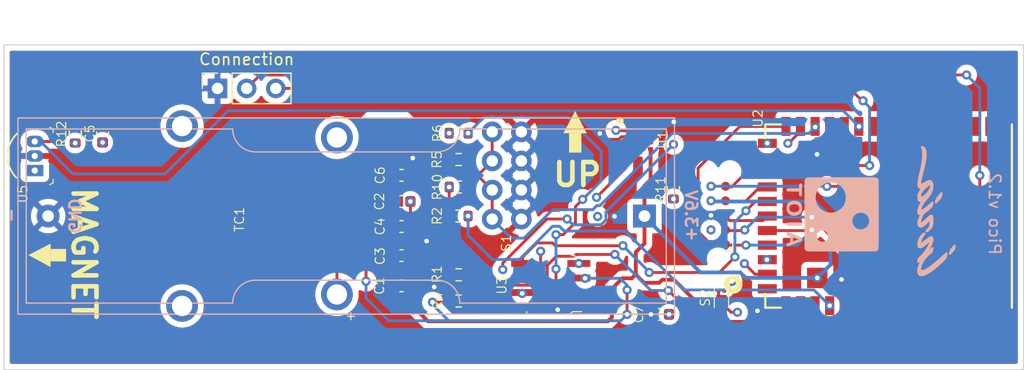
<source format=kicad_pcb>
(kicad_pcb (version 20211014) (generator pcbnew)
  (title_block (title "AIOT Pico") (date "2022-04-15") (rev "v1.1") (company "INRIA Paris") (comment 1 "AIO Team") (comment 2 "Author: Charles Thonier") (comment 4 "AISLER Project ID: NDZZCBJM"))
  (layers (0 "F.Cu" signal) (1 "In1.Cu" signal) (2 "In2.Cu" signal) (31 "B.Cu" signal) (34 "B.Paste" user) (35 "F.Paste" user) (36 "B.SilkS" user "B.Silkscreen") (37 "F.SilkS" user "F.Silkscreen") (38 "B.Mask" user) (39 "F.Mask" user) (44 "Edge.Cuts" user))
  (net 0 "")
  (net 1 "VDD")
  (net 2 "GND")
  (net 3 "Net-(R1-Pad2)")
  (net 4 "Net-(R2-Pad2)")
  (net 5 "Net-(R5-Pad1)")
  (net 7 "/OUT")
  (net 16 "Net-(R12-Pad2)")
  (net 18 "Net-(U2-Pad21)")
  (net 20 "Net-(U2-Pad17)")
  (net 21 "Net-(C7-Pad2)")
  (net 23 "Net-(R10-Pad2)")
  (net 36 "Net-(S2-Pad4)")
  (net 37 "Net-(R11-Pad2)")
  (net 40 "/SHDN")
  (net 42 "Net-(C2-Pad2)")
  (net 43 "Net-(C2-Pad1)")
  (net 44 "Net-(J1-Pad1)")
  (net 45 "Net-(J1-Pad2)")
  (net 46 "Net-(J1-Pad3)")
  (net 47 "Net-(J1-Pad4)")
  (net 48 "Net-(J1-Pad5)")
  (net 49 "Net-(J1-Pad6)")
  (net 50 "Net-(J1-Pad9)")
  (net 51 "Net-(J1-Pad10)")
  (net 52 "Net-(R6-Pad1)")
  (footprint "digikey-footprints:TO-92-3" (layer "F.Cu") (at 114.445 102 90)
    (fp_text reference "U5")
    (fp_text value "DRV5032AJ" hide)
  )
  (footprint "Capacitor_SMD:C_0603_1608Metric" (layer "F.Cu") (at 120.36 98.7714 90)
    (fp_text reference "C5")
    (fp_text value "100nF" hide)
  )
  (footprint "Resistor_SMD:R_0603_1608Metric" (layer "F.Cu") (at 151.4004 111.1026)
    (fp_text reference "R1")
    (fp_text value "10k" hide)
  )
  (footprint "iot_lib:dusty_pcb_ant" (layer "F.Cu") (at 192.0404 105.9718 -90)
    (fp_text reference "U2")
    (fp_text value "ITM-DYPA-B-02" hide)
  )
  (footprint "digikey-footprints:Thermocouple_Connector_PCC-SMP-K" (layer "F.Cu") (at 132.2996 106.2766 90)
    (fp_text reference "TC1")
    (fp_text value "Thermocouple" hide)
  )
  (footprint "Connector_PinSocket_2.54mm:PinSocket_1x03_P2.54mm_Vertical" (layer "F.Cu") (at 130.38 94.83 90)
    (fp_text reference "Connection")
    (fp_text value "Conn_01x03_Female")
  )
  (footprint "Resistor_SMD:R_0603_1608Metric" (layer "F.Cu") (at 117.97 98.7714 90)
    (fp_text reference "R12")
    (fp_text value "100k" hide)
  )
  (footprint "iot_lib:sht_31" (layer "F.Cu") (at 167.06 99.31)
    (fp_text reference "U1")
    (fp_text value "SHT31" hide)
  )
  (footprint "Resistor_SMD:R_0603_1608Metric" (layer "F.Cu") (at 151.4004 113.3886)
    (fp_text reference "R4")
    (fp_text value "1M" hide)
  )
  (footprint "iot_lib:tag-connect_10_pins_no_hooks" (layer "F.Cu") (at 174.04 105.9114 90)
    (fp_text reference "J1" hide)
    (fp_text value "Tag-Connect" hide)
  )
  (footprint "Capacitor_SMD:C_0603_1608Metric" (layer "F.Cu") (at 168.9702 114.557)
    (fp_text reference "C7")
    (fp_text value "100nF" hide)
  )
  (footprint "Capacitor_SMD:C_0603_1608Metric" (layer "F.Cu") (at 146.422 109.4262)
    (fp_text reference "C3")
    (fp_text value "1uF" hide)
  )
  (footprint "Capacitor_SMD:C_0603_1608Metric" (layer "F.Cu") (at 146.422 104.7018 180)
    (fp_text reference "C2")
    (fp_text value "1uF" hide)
  )
  (footprint "iot_lib:RBS200100" (layer "F.Cu") (at 155.545 102.485 -90)
    (fp_text reference "S1")
    (fp_text value "RBS200100" hide)
  )
  (footprint "Resistor_SMD:R_0603_1608Metric" (layer "F.Cu") (at 151.4004 105.9718)
    (fp_text reference "R2")
    (fp_text value "10k" hide)
  )
  (footprint "digikey-footprints:SOIC-7-8_W3.9mm" (layer "F.Cu") (at 159.4328 112.017 90)
    (fp_text reference "U3")
    (fp_text value "MAX6674" hide)
  )
  (footprint "Resistor_SMD:R_0603_1608Metric" (layer "F.Cu") (at 170.13 103.65 -90)
    (fp_text reference "R11")
    (fp_text value "1M" hide)
  )
  (footprint "Capacitor_SMD:C_0603_1608Metric" (layer "F.Cu") (at 146.422 102.4158)
    (fp_text reference "C6")
    (fp_text value "1uF" hide)
  )
  (footprint "Resistor_SMD:R_0603_1608Metric" (layer "F.Cu") (at 151.4004 98.74)
    (fp_text reference "R6")
    (fp_text value "100" hide)
  )
  (footprint "Resistor_SMD:R_0603_1608Metric" (layer "F.Cu") (at 151.4004 103.44)
    (fp_text reference "R10")
    (fp_text value "1M" hide)
  )
  (footprint "Capacitor_SMD:C_0603_1608Metric" (layer "F.Cu") (at 146.422 112.0678)
    (fp_text reference "C1")
    (fp_text value "100nF" hide)
  )
  (footprint "Resistor_SMD:R_0603_1608Metric" (layer "F.Cu") (at 151.4004 101.04 180)
    (fp_text reference "R5")
    (fp_text value "100" hide)
  )
  (footprint "Capacitor_SMD:C_0603_1608Metric" (layer "F.Cu") (at 146.422 106.8862 180)
    (fp_text reference "C4")
    (fp_text value "1uF" hide)
  )
  (footprint "iot_lib:TDFN4_1.2mmx1.6mm" (layer "F.Cu") (at 174.3125 113.1364 -90)
    (fp_text reference "S2")
    (fp_text value "SiP32431DNP3-T1GE4" hide)
  )
  (footprint "Battery:BatteryHolder_Keystone_2460_1xAA" (layer "B.Cu") (at 167.602 105.9718 180)
    (fp_text reference "BT1" hide)
    (fp_text value "3.6V")
  )
  (gr_curve (pts (xy 181.320961 103.703893) (xy 181.317589 104.143675) (xy 181.315689 104.175465) (xy 181.291155 104.202557)) (layer "B.SilkS") (width 0.04))
  (gr_line (start 181.16 103.6814) (end 180.13 103.6814) (layer "B.SilkS") (width 0.25))
  (gr_line (start 192.468274 106.388439) (end 192.263222 106.593371) (layer "B.SilkS") (width 0.03))
  (gr_curve (pts (xy 188.009473 105.833359) (xy 188.009181 108.711232) (xy 188.008353 108.807191) (xy 187.983356 108.860471)) (layer "B.SilkS") (width 0.04))
  (gr_curve (pts (xy 180.670816 106.803912) (xy 180.069019 106.803912) (xy 180.034933 106.800676) (xy 180.012183 106.741393)) (layer "B.SilkS") (width 0.04))
  (gr_curve (pts (xy 191.42317 104.340232) (xy 191.42317 104.12626) (xy 191.432622 104.073996) (xy 191.494136 103.947859)) (layer "B.SilkS") (width 0.03))
  (gr_curve (pts (xy 181.323131 106.609256) (xy 181.339535 106.639907) (xy 181.342733 106.706778) (xy 181.329449 106.741393)) (layer "B.SilkS") (width 0.04))
  (gr_poly (pts (xy 187.208109 106.4014) (xy 187.17 106.1414) (xy 187.02 105.8814) (xy 186.79 105.7214) (xy 186.62 105.6614) (xy 186.19 105.7114) (xy 185.93 105.8614) (xy 185.78 106.0814) (xy 185.72 106.3014) (xy 185.72 106.3714) (xy 185.74 106.6414) (xy 185.89 106.8914) (xy 186.03 107.0214) (xy 186.24 107.1214) (xy 186.51 107.1614) (xy 186.75 107.0914) (xy 186.75 107.5314) (xy 183.63 107.5214) (xy 183.56 107.4414) (xy 183.51 107.3214) (xy 183.5 106.2414) (xy 185 106.2114) (xy 184.55 105.5214) (xy 184.8 105.3014) (xy 184.96 105.1014) (xy 185.08 104.8714) (xy 188.01 105.1814) (xy 188.01 106.3814)) (layer "B.SilkS") (width 0.01) (fill solid))
  (gr_curve (pts (xy 180.303135 107.726034) (xy 180.285949 107.718892) (xy 180.222921 107.693213) (xy 180.163075 107.668969)) (layer "B.SilkS") (width 0.04))
  (gr_line (start 191.637057 105.892546) (end 191.557262 105.866088) (layer "B.SilkS") (width 0.03))
  (gr_curve (pts (xy 181.334619 105.331822) (xy 181.321451 105.618589) (xy 181.200869 105.790079) (xy 180.945403 105.885357)) (layer "B.SilkS") (width 0.04))
  (gr_curve (pts (xy 183.603664 107.517532) (xy 183.498579 107.300819) (xy 183.267145 107.175496) (xy 183.046958 107.216072)) (layer "B.SilkS") (width 0.04))
  (gr_curve (pts (xy 192.559511 108.802963) (xy 192.636161 108.737479) (xy 192.712247 108.6839) (xy 192.728591 108.6839)) (layer "B.SilkS") (width 0.03))
  (gr_curve (pts (xy 181.812585 102.62323) (xy 181.851083 102.612862) (xy 182.746004 102.608387) (xy 184.792066 102.608334)) (layer "B.SilkS") (width 0.04))
  (gr_curve (pts (xy 193.000273 104.516321) (xy 193.107664 104.313206) (xy 193.45336 103.894942) (xy 193.513844 103.894942)) (layer "B.SilkS") (width 0.03))
  (gr_curve (pts (xy 180.900227 104.958478) (xy 180.796528 104.917533) (xy 180.569956 104.913894) (xy 180.461443 104.95143)) (layer "B.SilkS") (width 0.04))
  (gr_curve (pts (xy 186.310878 107.14088) (xy 186.43205 107.16632) (xy 186.492539 107.166303) (xy 186.613516 107.140784)) (layer "B.SilkS") (width 0.04))
  (gr_curve (pts (xy 191.980552 108.148119) (xy 192.464979 107.754784) (xy 192.579149 107.693946) (xy 192.692939 107.768504)) (layer "B.SilkS") (width 0.03))
  (gr_curve (pts (xy 182.903556 108.196401) (xy 182.987493 108.237723) (xy 183.005854 108.24144) (xy 183.126018 108.24144)) (layer "B.SilkS") (width 0.04))
  (gr_curve (pts (xy 191.509577 104.664347) (xy 191.423701 104.58756) (xy 191.42317 104.585566) (xy 191.42317 104.340232)) (layer "B.SilkS") (width 0.03))
  (gr_curve (pts (xy 191.41881 103.225195) (xy 191.41594 103.120613) (xy 191.424073 102.975515) (xy 191.436885 102.902754)) (layer "B.SilkS") (width 0.03))
  (gr_line (start 191.700864 103.620238) (end 191.628163 103.588984) (layer "B.SilkS") (width 0.03))
  (gr_curve (pts (xy 191.574321 109.990194) (xy 191.511933 110.029489) (xy 191.449425 110.054555) (xy 191.435414 110.045896)) (layer "B.SilkS") (width 0.03))
  (gr_curve (pts (xy 180.677695 105.916287) (xy 180.519011 105.916587) (xy 180.478656 105.912029) (xy 180.400388 105.88498)) (layer "B.SilkS") (width 0.04))
  (gr_curve (pts (xy 182.527804 104.593221) (xy 182.599388 105.003713) (xy 182.871671 105.370035) (xy 183.243235 105.55574)) (layer "B.SilkS") (width 0.04))
  (gr_poly (pts (xy 185.08 104.9114) (xy 185.17 104.5714) (xy 185.17 104.1614) (xy 185.06 103.7914) (xy 184.88 103.5014) (xy 184.56 103.2214) (xy 184.2 103.0714) (xy 184.02 103.0314) (xy 183.79 103.0314) (xy 183.47 103.0814) (xy 183.21 103.1814) (xy 183 103.3114) (xy 182.83 103.4714) (xy 182.65 103.7614) (xy 182.55 104.0414) (xy 182.51 104.3314) (xy 182.527804 104.593221) (xy 182.66 104.9914) (xy 182.77 105.1514) (xy 183.04 105.4314) (xy 183.32 105.5814) (xy 183.7 105.6914) (xy 183.99 105.6914) (xy 184.36 105.6014) (xy 184.67 105.4114) (xy 185.24 106.3014) (xy 181.57 106.2614) (xy 181.58 102.8814) (xy 181.68 102.6914) (xy 181.85 102.6114) (xy 187.5 102.6114) (xy 187.86 102.6414) (xy 187.991869 102.8114) (xy 188 102.9214) (xy 188.01 105.2314)) (layer "B.SilkS") (width 0.01) (fill solid))
  (gr_curve (pts (xy 191.994083 107.440359) (xy 192.049441 107.440359) (xy 192.102095 107.452269) (xy 192.111092 107.466826)) (layer "B.SilkS") (width 0.03))
  (gr_poly (pts (xy 186.73 107.5214) (xy 186.71 107.1114) (xy 186.88 107.0214) (xy 187.03 106.9014) (xy 187.13 106.7414) (xy 187.21 106.4814) (xy 187.208109 106.363715) (xy 188.01 106.3514) (xy 188.01 107.5314)) (layer "B.SilkS") (width 0.01) (fill solid))
  (gr_line (start 191.563149 106.038067) (end 191.637057 105.892546) (layer "B.SilkS") (width 0.03))
  (gr_line (start 180.088287 103.557438) (end 180.596213 103.557438) (layer "B.SilkS") (width 0.04))
  (gr_curve (pts (xy 183.346407 108.198871) (xy 183.460047 108.144768) (xy 183.545494 108.059322) (xy 183.599597 107.945681)) (layer "B.SilkS") (width 0.04))
  (gr_curve (pts (xy 191.612394 102.109004) (xy 191.830686 101.220027) (xy 191.891789 100.350816) (xy 191.757354 100.046902)) (layer "B.SilkS") (width 0.03))
  (gr_curve (pts (xy 192.241146 107.122941) (xy 192.428769 106.926238) (xy 192.468274 106.832588) (xy 192.468274 106.58452)) (layer "B.SilkS") (width 0.03))
  (gr_line (start 180.43 107.6814) (end 180.42 108.3114) (layer "B.SilkS") (width 0.22))
  (gr_curve (pts (xy 181.131651 105.304231) (xy 181.131651 105.14037) (xy 181.049302 105.017338) (xy 180.900227 104.958478)) (layer "B.SilkS") (width 0.04))
  (gr_curve (pts (xy 194.197523 109.107234) (xy 194.231914 108.948265) (xy 194.3303 108.78956) (xy 194.527236 108.575383)) (layer "B.SilkS") (width 0.03))
  (gr_poly (pts (xy 192.72 103.7414) (xy 192.6 104.0414) (xy 192.44 104.2714) (xy 192.16 104.0214) (xy 192.17 104.0014) (xy 192.38 103.7414) (xy 192.46 103.5814) (xy 192.53 103.4014) (xy 192.520472 103.285238) (xy 192.4 103.3114) (xy 192.115667 103.548322) (xy 191.91 103.7614) (xy 191.77 103.9914) (xy 191.56 103.8414) (xy 191.62 103.7414) (xy 191.700864 103.620238) (xy 191.56 103.5514) (xy 191.45 103.4414) (xy 191.41881 103.2714) (xy 191.43 102.9714) (xy 191.5 102.5814) (xy 191.59 102.1914) (xy 191.7 101.7114) (xy 191.81 101.0314) (xy 191.83 100.4614) (xy 191.79 100.1614) (xy 191.73 99.9714) (xy 191.72 99.9114) (xy 191.76 99.8814) (xy 191.93 99.9114) (xy 192 99.9614) (xy 192.09 100.0614) (xy 192.16 100.2414) (xy 192.2 100.5414) (xy 192.18 100.8314) (xy 192.13 101.1814) (xy 192.04 101.6414) (xy 191.91 102.1514) (xy 191.77 102.7314) (xy 191.71 103.0414) (xy 191.71 103.1014) (xy 191.73 103.1414) (xy 191.8 103.1514) (xy 191.94 103.0714) (xy 192.36 102.8514) (xy 192.55 102.8514) (xy 192.66 102.9314) (xy 192.75 103.0914) (xy 192.79 103.2614) (xy 192.79 103.4414)) (layer "B.SilkS") (width 0.01) (fill solid))
  (gr_curve (pts (xy 191.557262 105.866088) (xy 191.456035 105.832524) (xy 191.410786 105.742803) (xy 191.410478 105.575046)) (layer "B.SilkS") (width 0.03))
  (gr_curve (pts (xy 183.599597 107.945681) (xy 183.638103 107.864801) (xy 183.642119 107.843791) (xy 183.641672 107.725581)) (layer "B.SilkS") (width 0.04))
  (gr_curve (pts (xy 180.945403 105.885357) (xy 180.875813 105.911311) (xy 180.835301 105.915992) (xy 180.677695 105.916287)) (layer "B.SilkS") (width 0.04))
  (gr_curve (pts (xy 193.540757 104.198899) (xy 193.498688 104.387992) (xy 193.490554 104.400935) (xy 193.267263 104.634115)) (layer "B.SilkS") (width 0.03))
  (gr_curve (pts (xy 192.728591 108.6839) (xy 192.821362 108.6839) (xy 192.773948 109.052938) (xy 192.667268 109.161197)) (layer "B.SilkS") (width 0.03))
  (gr_curve (pts (xy 181.242985 107.836286) (xy 181.307714 107.869308) (xy 181.337995 107.92375) (xy 181.337995 108.007103)) (layer "B.SilkS") (width 0.04))
  (gr_curve (pts (xy 185.72727 106.219978) (xy 185.70366 106.31548) (xy 185.717364 106.566052) (xy 185.751278 106.658927)) (layer "B.SilkS") (width 0.04))
  (gr_curve (pts (xy 180.038215 105.538338) (xy 180.0035 105.452408) (xy 179.995764 105.189025) (xy 180.024883 105.084382)) (layer "B.SilkS") (width 0.04))
  (gr_curve (pts (xy 191.825524 106.067577) (xy 191.704335 106.325518) (xy 191.678015 106.540775) (xy 191.767666 106.540775)) (layer "B.SilkS") (width 0.03))
  (gr_curve (pts (xy 180.400388 105.88498) (xy 180.229191 105.825817) (xy 180.107175 105.709033) (xy 180.038215 105.538338)) (layer "B.SilkS") (width 0.04))
  (gr_curve (pts (xy 192.263222 106.593371) (xy 192.011617 106.844828) (xy 191.830951 106.964109) (xy 191.701689 106.964109)) (layer "B.SilkS") (width 0.03))
  (gr_line (start 180.191586 108.317607) (end 180.326911 108.26518) (layer "B.SilkS") (width 0.04))
  (gr_curve (pts (xy 191.701689 106.964109) (xy 191.378106 106.964109) (xy 191.313193 106.530211) (xy 191.563149 106.038067)) (layer "B.SilkS") (width 0.03))
  (gr_curve (pts (xy 192.111092 107.466826) (xy 192.120089 107.481383) (xy 192.08043 107.549844) (xy 192.02296 107.618962)) (layer "B.SilkS") (width 0.03))
  (gr_curve (pts (xy 191.849259 99.885276) (xy 192.13762 99.939373) (xy 192.250913 100.32376) (xy 192.165756 100.959111)) (layer "B.SilkS") (width 0.03))
  (gr_curve (pts (xy 186.992156 106.928896) (xy 187.157729 106.761979) (xy 187.220861 106.596753) (xy 187.208109 106.363715)) (layer "B.SilkS") (width 0.04))
  (gr_curve (pts (xy 191.767666 106.540775) (xy 191.786675 106.540775) (xy 191.944365 106.405075) (xy 192.118086 106.239219)) (layer "B.SilkS") (width 0.03))
  (gr_curve (pts (xy 193.513844 103.894942) (xy 193.576242 103.894942) (xy 193.585392 103.998275) (xy 193.540757 104.198899)) (layer "B.SilkS") (width 0.03))
  (gr_curve (pts (xy 192.426473 108.260567) (xy 192.418034 108.260567) (xy 192.298204 108.354825) (xy 192.160182 108.470029)) (layer "B.SilkS") (width 0.03))
  (gr_poly (pts (xy 194 109.3714) (xy 193.97 109.5214) (xy 193.92 109.6314) (xy 193.81 109.7814) (xy 193.55 110.0414) (xy 193.14 110.4114) (xy 192.77 110.7214) (xy 192.37 110.9814) (xy 192.2 111.0814) (xy 192.01 111.1714) (xy 191.79 111.2114) (xy 191.7 111.2114) (xy 191.59 111.174975) (xy 191.48 111.0814) (xy 191.42 110.9714) (xy 191.4 110.7914) (xy 191.41 110.6114) (xy 191.53 110.2014) (xy 191.656986 109.956168) (xy 191.62 109.9614) (xy 191.49 110.0314) (xy 191.435414 110.045896) (xy 191.42 110.0114) (xy 191.41 109.8614) (xy 191.46 109.6714) (xy 191.83 109.3014) (xy 192.03 109.0414) (xy 192.24 108.7414) (xy 192.38 108.4414) (xy 192.45 108.2814) (xy 192.426473 108.260567) (xy 192.35 108.3214) (xy 192.22 108.4214) (xy 192.06 108.5514) (xy 191.89 108.6814) (xy 191.74 108.7414) (xy 191.62 108.7614) (xy 191.52 108.7414) (xy 191.46 108.6914) (xy 191.41592 108.5414) (xy 191.42 108.3214) (xy 191.47 108.0714) (xy 191.59 107.8214) (xy 191.75 107.5914) (xy 191.88 107.4614) (xy 192.02 107.4414) (xy 192.111092 107.466826) (xy 192.09 107.5314) (xy 192 107.6514) (xy 191.89 107.8214) (xy 191.8 107.9914) (xy 191.74 108.1814) (xy 191.72 108.2714) (xy 191.74 108.313484) (xy 191.76 108.3114) (xy 192.02 108.1114) (xy 192.42 107.8214) (xy 192.56 107.7414) (xy 192.67 107.7514) (xy 192.73 107.8014) (xy 192.77 107.9014) (xy 192.78 108.0914) (xy 192.73 108.2914) (xy 192.63 108.5314) (xy 192.5 108.7614) (xy 192.404567 108.922025) (xy 192.559511 108.802963) (xy 192.7 108.7014) (xy 192.75 108.6914) (xy 192.77 108.7214) (xy 192.78 108.8214) (xy 192.74 109.0214) (xy 192.69 109.1414) (xy 192.51 109.3014) (xy 192.26 109.5314) (xy 192.08 109.7514) (xy 191.94 109.9414) (xy 191.81 110.1714) (xy 191.74 110.3914) (xy 191.72 110.5114) (xy 191.71 110.5814) (xy 191.72 110.6614) (xy 191.82 110.7114) (xy 192.01 110.6614) (xy 192.27 110.5114) (xy 192.59 110.2914) (xy 193.41 109.6214) (xy 193.82 109.2314) (xy 193.969784 109.127025) (xy 193.99 109.1514) (xy 194.01 109.2414)) (layer "B.SilkS") (width 0.01) (fill solid))
  (gr_curve (pts (xy 181.573034 105.828928) (xy 181.573694 104.205095) (xy 181.579316 102.859567) (xy 181.585548 102.838867)) (layer "B.SilkS") (width 0.04))
  (gr_poly (pts (xy 187.983356 108.860471) (xy 187.89 108.9814) (xy 187.74 109.0414) (xy 181.97 109.0414) (xy 181.74 109.0114) (xy 181.62 108.9114) (xy 181.58 108.7214) (xy 181.56 106.2414) (xy 183.52 106.2514) (xy 183.56 107.4414) (xy 183.4 107.2914) (xy 183.18 107.2114) (xy 182.92 107.2514) (xy 182.7 107.4214) (xy 182.61 107.6514) (xy 182.62 107.8914) (xy 182.75 108.1114) (xy 182.95 108.2214) (xy 183.2 108.2414) (xy 183.36 108.1914) (xy 183.55 108.0414) (xy 183.65 107.7614) (xy 183.59 107.4714) (xy 188.01 107.4814) (xy 188.01 108.1914)) (layer "B.SilkS") (width 0.01) (fill solid))
  (gr_line (start 194.197523 109.107234) (end 194.197523 109.107234) (layer "B.SilkS") (width 0.03))
  (gr_curve (pts (xy 180.458852 105.62916) (xy 180.566634 105.666391) (xy 180.79587 105.66451) (xy 180.892732 105.6256)) (layer "B.SilkS") (width 0.04))
  (gr_curve (pts (xy 194.185609 109.34229) (xy 194.157512 109.297925) (xy 194.157892 109.290429) (xy 194.197523 109.107234)) (layer "B.SilkS") (width 0.03))
  (gr_curve (pts (xy 191.749161 108.313484) (xy 191.764412 108.313484) (xy 191.868538 108.23907) (xy 191.980552 108.148119)) (layer "B.SilkS") (width 0.03))
  (gr_curve (pts (xy 192.404567 108.922025) (xy 192.413136 108.922025) (xy 192.48286 108.868447) (xy 192.559511 108.802963)) (layer "B.SilkS") (width 0.03))
  (gr_curve (pts (xy 180.039905 107.431698) (xy 180.063712 107.407891) (xy 180.091033 107.395431) (xy 180.119429 107.395431)) (layer "B.SilkS") (width 0.04))
  (gr_curve (pts (xy 192.160182 108.470029) (xy 191.873748 108.709112) (xy 191.775511 108.763275) (xy 191.628324 108.763275)) (layer "B.SilkS") (width 0.03))
  (gr_poly (pts (xy 192.71 105.1314) (xy 192.61 105.2514) (xy 192.51 105.3514) (xy 192.24 105.5914) (xy 192.06 105.7114) (xy 191.97 105.8014) (xy 191.9 105.9214) (xy 191.825524 106.067577) (xy 191.75 106.2514) (xy 191.71 106.4114) (xy 191.72 106.4914) (xy 191.75 106.540775) (xy 191.78 106.5414) (xy 192.41 105.9714) (xy 192.56 105.8714) (xy 192.63 105.8614) (xy 192.71 105.9014) (xy 192.76 106.0314) (xy 192.78 106.2014) (xy 192.78 106.5114) (xy 192.75 106.7814) (xy 192.72 106.8814) (xy 192.68 106.9814) (xy 192.56 107.1214) (xy 192.36 107.2914) (xy 192.23 107.360984) (xy 192.14 107.3414) (xy 192.11 107.3014) (xy 192.14 107.2414) (xy 192.35 107.0114) (xy 192.41 106.9014) (xy 192.46 106.7614) (xy 192.468274 106.58452) (xy 192.468274 106.388439) (xy 192.11 106.7414) (xy 191.97 106.8614) (xy 191.88 106.9114) (xy 191.76 106.9614) (xy 191.59 106.9514) (xy 191.48 106.8614) (xy 191.42 106.7114) (xy 191.41 106.4814) (xy 191.48 106.2214) (xy 191.637057 105.892546) (xy 191.48 105.8214) (xy 191.42 105.7314) (xy 191.410478 105.6014) (xy 191.43 105.4014) (xy 191.49 105.2014) (xy 191.63 104.8914) (xy 191.732311 104.741609) (xy 191.61 104.7214) (xy 191.509577 104.664347) (xy 191.44 104.5814) (xy 191.42317 104.4614) (xy 191.42 104.3314) (xy 191.43 104.0814) (xy 191.56 103.8214) (xy 191.77 103.9714) (xy 191.7 104.1814) (xy 191.727085 104.2414) (xy 191.76 104.2814) (xy 191.8 104.2814) (xy 191.94 104.2014) (xy 192.18 104.0014) (xy 192.45 104.2614) (xy 192.23 104.5314) (xy 191.97 104.8514) (xy 191.78 105.2014) (xy 191.753905 105.317077) (xy 191.77 105.3814) (xy 191.82 105.4014) (xy 192.02 105.2914) (xy 192.29 105.0714) (xy 192.67 104.7414) (xy 192.761528 104.703288) (xy 192.78 104.7414) (xy 192.78 104.9114)) (layer "B.SilkS") (width 0.01) (fill solid))
  (gr_curve (pts (xy 192.747172 103.645188) (xy 192.708037 103.811116) (xy 192.555855 104.13693) (xy 192.474839 104.228241)) (layer "B.SilkS") (width 0.03))
  (gr_line (start 185.751278 106.658927) (end 185.751278 106.658927) (layer "B.SilkS") (width 0.04))
  (gr_curve (pts (xy 186.613516 107.140784) (xy 186.765466 107.10874) (xy 186.874018 107.047994) (xy 186.992156 106.928896)) (layer "B.SilkS") (width 0.04))
  (gr_curve (pts (xy 180.800343 107.904412) (xy 180.663662 107.855234) (xy 180.546104 107.812933) (xy 180.539104 107.810411)) (layer "B.SilkS") (width 0.04))
  (gr_curve (pts (xy 184.887849 105.198493) (xy 185.083046 104.954966) (xy 185.178518 104.680274) (xy 185.178518 104.362179)) (layer "B.SilkS") (width 0.04))
  (gr_line (start 180.045963 103.593052) (end 180.045963 103.593052) (layer "B.SilkS") (width 0.04))
  (gr_curve (pts (xy 180.024882 105.084382) (xy 180.048415 104.999809) (xy 180.115933 104.880353) (xy 180.168486 104.830312)) (layer "B.SilkS") (width 0.04))
  (gr_curve (pts (xy 184.892622 103.531318) (xy 184.509079 103.046273) (xy 183.837065 102.888131) (xy 183.280267 103.151888)) (layer "B.SilkS") (width 0.04))
  (gr_curve (pts (xy 180.892732 105.6256) (xy 181.048382 105.563073) (xy 181.131651 105.451068) (xy 181.131651 105.304231)) (layer "B.SilkS") (width 0.04))
  (gr_curve (pts (xy 180.119429 107.395431) (xy 180.158357 107.395431) (xy 181.113306 107.770129) (xy 181.242985 107.836286)) (layer "B.SilkS") (width 0.04))
  (gr_curve (pts (xy 192.78 106.4614) (xy 192.765679 106.873214) (xy 192.737644 106.942774) (xy 192.490412 107.179919)) (layer "B.SilkS") (width 0.03))
  (gr_curve (pts (xy 192.165756 100.959111) (xy 192.118751 101.309816) (xy 192.054394 101.605604) (xy 191.872389 102.307442)) (layer "B.SilkS") (width 0.03))
  (gr_line (start 191.727085 104.265359) (end 191.727085 104.265359) (layer "B.SilkS") (width 0.03))
  (gr_curve (pts (xy 192.490412 107.179919) (xy 192.333104 107.330809) (xy 192.286732 107.360984) (xy 192.21215 107.360984)) (layer "B.SilkS") (width 0.03))
  (gr_curve (pts (xy 180.036826 103.773332) (xy 179.987158 103.715568) (xy 179.991024 103.639279) (xy 180.045963 103.593052)) (layer "B.SilkS") (width 0.04))
  (gr_curve (pts (xy 180.120196 108.592225) (xy 180.051618 108.592225) (xy 180.003639 108.542396) (xy 180.003639 108.471176)) (layer "B.SilkS") (width 0.04))
  (gr_curve (pts (xy 191.664148 104.741609) (xy 191.62619 104.741609) (xy 191.557693 104.707371) (xy 191.509577 104.664347)) (layer "B.SilkS") (width 0.03))
  (gr_curve (pts (xy 191.436885 102.902754) (xy 191.461772 102.761407) (xy 191.548424 102.369518) (xy 191.612394 102.109004)) (layer "B.SilkS") (width 0.03))
  (gr_curve (pts (xy 180.019218 106.606597) (xy 180.054028 106.546714) (xy 180.096448 106.542544) (xy 180.670817 106.542544)) (layer "B.SilkS") (width 0.04))
  (gr_curve (pts (xy 192.560775 110.312852) (xy 192.913946 110.050218) (xy 193.140696 109.85765) (xy 193.592753 109.436438)) (layer "B.SilkS") (width 0.03))
  (gr_line (start 180.019217 106.606597) (end 180.019217 106.606597) (layer "B.SilkS") (width 0.04))
  (gr_curve (pts (xy 192.115667 103.548322) (xy 191.802401 103.851206) (xy 191.646492 104.138899) (xy 191.727085 104.265359)) (layer "B.SilkS") (width 0.03))
  (gr_curve (pts (xy 193.267263 104.634115) (xy 193.140689 104.766295) (xy 193.016292 104.87432) (xy 192.990826 104.874171)) (layer "B.SilkS") (width 0.03))
  (gr_curve (pts (xy 185.922408 105.87948) (xy 185.834968 105.967953) (xy 185.75514 106.107246) (xy 185.72727 106.219978)) (layer "B.SilkS") (width 0.04))
  (gr_curve (pts (xy 191.727085 104.265359) (xy 191.783521 104.353913) (xy 192.147147 104.077143) (xy 192.335411 103.802338)) (layer "B.SilkS") (width 0.03))
  (gr_curve (pts (xy 181.176592 103.14323) (xy 181.210703 103.129101) (xy 181.224238 103.129614) (xy 181.253707 103.146155)) (layer "B.SilkS") (width 0.04))
  (gr_curve (pts (xy 180.670817 106.542544) (xy 181.249706 106.542544) (xy 181.289612 106.546626) (xy 181.323131 106.609256)) (layer "B.SilkS") (width 0.04))
  (gr_curve (pts (xy 191.414753 110.590606) (xy 191.436901 110.432915) (xy 191.58593 110.042587) (xy 191.656986 109.956168)) (layer "B.SilkS") (width 0.03))
  (gr_curve (pts (xy 194.678514 108.839902) (xy 194.635644 108.961408) (xy 194.467954 109.169674) (xy 194.310881 109.296492)) (layer "B.SilkS") (width 0.03))
  (gr_curve (pts (xy 191.757354 100.046902) (xy 191.689369 99.893211) (xy 191.708858 99.858936) (xy 191.849259 99.885276)) (layer "B.SilkS") (width 0.03))
  (gr_curve (pts (xy 187.208109 106.363715) (xy 187.199823 106.21231) (xy 187.165986 106.103604) (xy 187.092785 105.993221)) (layer "B.SilkS") (width 0.04))
  (gr_curve (pts (xy 191.872389 102.307442) (xy 191.74874 102.784249) (xy 191.690281 103.08893) (xy 191.714825 103.128644)) (layer "B.SilkS") (width 0.03))
  (gr_curve (pts (xy 180.708901 108.379595) (xy 180.369782 108.513206) (xy 180.151004 108.592225) (xy 180.120196 108.592225)) (layer "B.SilkS") (width 0.04))
  (gr_line (start 191.436885 102.902754) (end 191.436885 102.902754) (layer "B.SilkS") (width 0.03))
  (gr_curve (pts (xy 184.792066 102.608334) (xy 187.965259 102.60825) (xy 187.789358 102.604049) (xy 187.892045 102.682372)) (layer "B.SilkS") (width 0.04))
  (gr_curve (pts (xy 191.628324 108.763275) (xy 191.491633 108.763275) (xy 191.432422 108.696897) (xy 191.41592 108.525159)) (layer "B.SilkS") (width 0.03))
  (gr_curve (pts (xy 183.126018 108.24144) (xy 183.243999 108.24144) (xy 183.265861 108.237218) (xy 183.346407 108.198871)) (layer "B.SilkS") (width 0.04))
  (gr_curve (pts (xy 192.335411 103.802338) (xy 192.480515 103.590532) (xy 192.564361 103.356251) (xy 192.520472 103.285238)) (layer "B.SilkS") (width 0.03))
  (gr_line (start 192.468274 106.58452) (end 192.468274 106.388439) (layer "B.SilkS") (width 0.03))
  (gr_curve (pts (xy 187.825486 109.019942) (xy 187.770976 109.044698) (xy 187.666937 109.045577) (xy 184.790813 109.045577)) (layer "B.SilkS") (width 0.04))
  (gr_line (start 180.039906 107.431698) (end 180.039906 107.431698) (layer "B.SilkS") (width 0.04))
  (gr_line (start 180.596213 103.557438) (end 181.104139 103.557438) (layer "B.SilkS") (width 0.04))
  (gr_curve (pts (xy 193.592753 109.436438) (xy 193.78193 109.260169) (xy 193.951594 109.120933) (xy 193.969784 109.127025)) (layer "B.SilkS") (width 0.03))
  (gr_curve (pts (xy 192.474839 104.228241) (xy 192.025688 104.734468) (xy 191.753917 105.144926) (xy 191.753905 105.317077)) (layer "B.SilkS") (width 0.03))
  (gr_curve (pts (xy 187.092785 105.993221) (xy 186.823888 105.587743) (xy 186.264473 105.533377) (xy 185.922408 105.87948)) (layer "B.SilkS") (width 0.04))
  (gr_line (start 181.585548 102.838867) (end 181.585548 102.838867) (layer "B.SilkS") (width 0.04))
  (gr_curve (pts (xy 185.178518 104.362179) (xy 185.178518 104.046847) (xy 185.084719 103.774251) (xy 184.892622 103.531318)) (layer "B.SilkS") (width 0.04))
  (gr_curve (pts (xy 192.168924 108.84265) (xy 192.365715 108.544364) (xy 192.491284 108.260567) (xy 192.426473 108.260567)) (layer "B.SilkS") (width 0.03))
  (gr_curve (pts (xy 192.448504 109.358588) (xy 192.094395 109.661571) (xy 191.801539 110.098846) (xy 191.726381 110.436819)) (layer "B.SilkS") (width 0.03))
  (gr_curve (pts (xy 192.479454 108.796102) (xy 192.429697 108.86536) (xy 192.395998 108.922025) (xy 192.404567 108.922025)) (layer "B.SilkS") (width 0.03))
  (gr_curve (pts (xy 192.118086 106.239219) (xy 192.481985 105.891797) (xy 192.576107 105.830827) (xy 192.670529 105.88136)) (layer "B.SilkS") (width 0.03))
  (gr_poly (pts (xy 181.33 105.4014) (xy 181.3 105.5514) (xy 181.24 105.6814) (xy 181.09 105.8014) (xy 180.92 105.8914) (xy 180.73 105.916287) (xy 180.48 105.9014) (xy 180.26 105.8114) (xy 180.14 105.7214) (xy 180.038215 105.538338) (xy 180.02 105.3214) (xy 180.01 105.1214) (xy 180.12 104.8914) (xy 180.27 104.7414) (xy 180.43 104.6914) (xy 180.64 104.658141) (xy 180.89 104.6914) (xy 181.14 104.7914) (xy 181.28 104.9714) (xy 181.32 105.1914) (xy 181.13 105.2314) (xy 181.07 105.0714) (xy 181 105.0214) (xy 180.88 104.9514) (xy 180.73 104.9314) (xy 180.59 104.9314) (xy 180.42 104.9814) (xy 180.32 105.0314) (xy 180.24 105.1314) (xy 180.21 105.2914) (xy 180.22514 105.407653) (xy 180.29 105.5114) (xy 180.38 105.5914) (xy 180.52 105.6514) (xy 180.71 105.6614) (xy 180.88 105.6314) (xy 181.03 105.5414) (xy 181.11 105.3914) (xy 181.13 105.2814) (xy 181.334619 105.2814)) (layer "B.SilkS") (width 0.01) (fill solid))
  (gr_line (start 187.973962 102.789405) (end 188.009775 102.861271) (layer "B.SilkS") (width 0.04))
  (gr_line (start 191.632983 103.711288) (end 191.700864 103.620238) (layer "B.SilkS") (width 0.03))
  (gr_curve (pts (xy 191.753905 105.317077) (xy 191.753892 105.501316) (xy 191.93645 105.392619) (xy 192.557552 104.838576)) (layer "B.SilkS") (width 0.03))
  (gr_curve (pts (xy 191.726381 110.436819) (xy 191.635103 110.847281) (xy 191.893798 110.808846) (xy 192.560775 110.312852)) (layer "B.SilkS") (width 0.03))
  (gr_curve (pts (xy 180.22514 105.407653) (xy 180.246471 105.485878) (xy 180.362548 105.595893) (xy 180.458852 105.62916)) (layer "B.SilkS") (width 0.04))
  (gr_line (start 181.215 106.6814) (end 180.13 106.6714) (layer "B.SilkS") (width 0.25))
  (gr_curve (pts (xy 191.445721 109.707817) (xy 191.465399 109.660719) (xy 191.524689 109.589242) (xy 191.577475 109.54898)) (layer "B.SilkS") (width 0.03))
  (gr_line (start 181.21 108.0614) (end 180.13 108.4714) (layer "B.SilkS") (width 0.22))
  (gr_curve (pts (xy 192.451261 102.836609) (xy 192.729771 102.836609) (xy 192.856321 103.182409) (xy 192.747172 103.645188)) (layer "B.SilkS") (width 0.03))
  (gr_line (start 181.19 107.9314) (end 180.12 107.5114) (layer "B.SilkS") (width 0.25))
  (gr_curve (pts (xy 191.714825 103.128644) (xy 191.745795 103.178753) (xy 191.819131 103.151823) (xy 192.07778 102.995359)) (layer "B.SilkS") (width 0.03))
  (gr_curve (pts (xy 191.611238 111.174975) (xy 191.426341 111.093186) (xy 191.368378 110.920795) (xy 191.414753 110.590606)) (layer "B.SilkS") (width 0.03))
  (gr_curve (pts (xy 181.337995 108.007103) (xy 181.337995 108.058814) (xy 181.330107 108.078454) (xy 181.293287 108.118428)) (layer "B.SilkS") (width 0.04))
  (gr_line (start 181.104139 103.557438) (end 181.104139 103.39301) (layer "B.SilkS") (width 0.04))
  (gr_curve (pts (xy 181.757561 109.020046) (xy 181.727297 109.006004) (xy 181.68268 108.973618) (xy 181.658413 108.948077)) (layer "B.SilkS") (width 0.04))
  (gr_curve (pts (xy 191.628163 103.588984) (xy 191.588177 103.571795) (xy 191.525889 103.525693) (xy 191.489745 103.486537)) (layer "B.SilkS") (width 0.03))
  (gr_curve (pts (xy 193.049497 110.485934) (xy 192.515256 110.930712) (xy 192.178684 111.133974) (xy 191.870495 111.197954)) (layer "B.SilkS") (width 0.03))
  (gr_line (start 191.414753 110.590606) (end 191.414753 110.590606) (layer "B.SilkS") (width 0.03))
  (gr_line (start 191.677342 104.827598) (end 191.732311 104.741609) (layer "B.SilkS") (width 0.03))
  (gr_line (start 180.045963 103.593052) (end 180.088287 103.557438) (layer "B.SilkS") (width 0.04))
  (gr_line (start 188.009775 102.861271) (end 188.009473 105.833359) (layer "B.SilkS") (width 0.04))
  (gr_curve (pts (xy 192.990826 104.874171) (xy 192.922153 104.873771) (xy 192.927979 104.653054) (xy 193.000273 104.516321)) (layer "B.SilkS") (width 0.03))
  (gr_line (start 191.732311 104.741609) (end 191.664148 104.741609) (layer "B.SilkS") (width 0.03))
  (gr_curve (pts (xy 180.673532 104.658141) (xy 181.113452 104.658881) (xy 181.354252 104.904268) (xy 181.334619 105.331822)) (layer "B.SilkS") (width 0.04))
  (gr_curve (pts (xy 193.940299 109.596713) (xy 193.869527 109.747622) (xy 193.533932 110.082621) (xy 193.049497 110.485934)) (layer "B.SilkS") (width 0.03))
  (gr_line (start 181.104139 103.989384) (end 181.104139 103.819764) (layer "B.SilkS") (width 0.04))
  (gr_curve (pts (xy 180.012183 106.741393) (xy 179.999037 106.707135) (xy 180.002811 106.634822) (xy 180.019217 106.606597)) (layer "B.SilkS") (width 0.04))
  (gr_line (start 180.543572 108.189996) (end 180.543572 108.189996) (layer "B.SilkS") (width 0.04))
  (gr_curve (pts (xy 181.253707 103.146155) (xy 181.323256 103.185192) (xy 181.324837 103.1983) (xy 181.320961 103.703893)) (layer "B.SilkS") (width 0.04))
  (gr_curve (pts (xy 180.168486 104.830312) (xy 180.284782 104.719573) (xy 180.466008 104.657793) (xy 180.673532 104.658141)) (layer "B.SilkS") (width 0.04))
  (gr_curve (pts (xy 185.751278 106.658934) (xy 185.840484 106.903234) (xy 186.053733 107.086892) (xy 186.310878 107.14088)) (layer "B.SilkS") (width 0.04))
  (gr_curve (pts (xy 181.585548 102.838867) (xy 181.616442 102.736266) (xy 181.704926 102.652225) (xy 181.812585 102.62323)) (layer "B.SilkS") (width 0.04))
  (gr_curve (pts (xy 191.489745 103.486537) (xy 191.433891 103.426028) (xy 191.423246 103.386807) (xy 191.41881 103.225195)) (layer "B.SilkS") (width 0.03))
  (gr_curve (pts (xy 183.046958 107.216072) (xy 182.712011 107.277796) (xy 182.526665 107.606043) (xy 182.646264 107.9257)) (layer "B.SilkS") (width 0.04))
  (gr_curve (pts (xy 191.577475 109.54898) (xy 191.701701 109.454229) (xy 192.002199 109.095362) (xy 192.168924 108.84265)) (layer "B.SilkS") (width 0.03))
  (gr_curve (pts (xy 193.969784 109.127025) (xy 194.029301 109.146958) (xy 194.010458 109.447111) (xy 193.940299 109.596713)) (layer "B.SilkS") (width 0.03))
  (gr_curve (pts (xy 180.163075 107.668969) (xy 180.10323 107.644725) (xy 180.042874 107.613498) (xy 180.028952 107.599576)) (layer "B.SilkS") (width 0.04))
  (gr_poly (pts (xy 193.54 104.1814) (xy 193.5 104.3314) (xy 193.44 104.4414) (xy 193.27 104.6314) (xy 193.11 104.7814) (xy 193.03 104.8514) (xy 192.97 104.8514) (xy 192.95 104.644651) (xy 193.088352 104.383989) (xy 193.23 104.1814) (xy 193.421677 103.945856) (xy 193.531655 103.9014) (xy 193.563997 103.997874)) (layer "B.SilkS") (width 0.01) (fill solid))
  (gr_curve (pts (xy 180.80494 108.096326) (xy 180.939236 108.04824) (xy 181.049055 108.005506) (xy 181.048984 108.001362)) (layer "B.SilkS") (width 0.04))
  (gr_curve (pts (xy 184.790813 109.045577) (xy 181.918587 109.045577) (xy 181.810627 109.044677) (xy 181.757561 109.020046)) (layer "B.SilkS") (width 0.04))
  (gr_curve (pts (xy 192.520472 103.285238) (xy 192.490278 103.236382) (xy 192.331719 103.33943) (xy 192.115667 103.548322)) (layer "B.SilkS") (width 0.03))
  (gr_curve (pts (xy 194.527236 108.575383) (xy 194.605201 108.490593) (xy 194.66687 108.444231) (xy 194.685981 108.456043)) (layer "B.SilkS") (width 0.03))
  (gr_curve (pts (xy 191.494136 103.947859) (xy 191.533167 103.867822) (xy 191.595649 103.761365) (xy 191.632983 103.711288)) (layer "B.SilkS") (width 0.03))
  (gr_curve (pts (xy 192.670529 105.88136) (xy 192.764735 105.931778) (xy 192.793177 106.082481) (xy 192.78 106.4614)) (layer "B.SilkS") (width 0.03))
  (gr_line (start 180.024883 105.084382) (end 180.024883 105.084382) (layer "B.SilkS") (width 0.04))
  (gr_curve (pts (xy 192.02296 107.618962) (xy 191.965491 107.688079) (xy 191.882246 107.816067) (xy 191.837972 107.90338)) (layer "B.SilkS") (width 0.03))
  (gr_curve (pts (xy 181.13265 104.195249) (xy 181.107307 104.163032) (xy 181.104139 104.140154) (xy 181.104139 103.989384)) (layer "B.SilkS") (width 0.04))
  (gr_curve (pts (xy 180.543571 108.189996) (xy 180.553029 108.186564) (xy 180.670645 108.144412) (xy 180.80494 108.096326)) (layer "B.SilkS") (width 0.04))
  (gr_curve (pts (xy 182.646264 107.9257) (xy 182.685629 108.030912) (xy 182.789598 108.1403) (xy 182.903556 108.196401)) (layer "B.SilkS") (width 0.04))
  (gr_line (start 180.070014 103.811929) (end 180.036826 103.773332) (layer "B.SilkS") (width 0.04))
  (gr_curve (pts (xy 181.658413 108.948077) (xy 181.56515 108.849918) (xy 181.571728 109.09022) (xy 181.573034 105.828928)) (layer "B.SilkS") (width 0.04))
  (gr_curve (pts (xy 180.526376 108.001031) (xy 180.526376 108.151354) (xy 180.53033 108.194802) (xy 180.543572 108.189996)) (layer "B.SilkS") (width 0.04))
  (gr_curve (pts (xy 192.557552 104.838576) (xy 192.660078 104.74712) (xy 192.743221 104.691974) (xy 192.761528 104.703288)) (layer "B.SilkS") (width 0.03))
  (gr_curve (pts (xy 192.761528 104.703288) (xy 192.807138 104.731477) (xy 192.773994 104.985622) (xy 192.706534 105.124974)) (layer "B.SilkS") (width 0.03))
  (gr_line (start 181.21 103.2514) (end 181.21 104.1214) (layer "B.SilkS") (width 0.2))
  (gr_line (start 181.255 107.9964) (end 181.125 108.0464) (layer "B.SilkS") (width 0.15))
  (gr_curve (pts (xy 187.983356 108.860471) (xy 187.949131 108.933424) (xy 187.894514 108.988594) (xy 187.825486 109.019942)) (layer "B.SilkS") (width 0.04))
  (gr_curve (pts (xy 192.07778 102.995359) (xy 192.287939 102.868228) (xy 192.362328 102.836609) (xy 192.451261 102.836609)) (layer "B.SilkS") (width 0.03))
  (gr_line (start 180.225141 105.407653) (end 180.225141 105.407653) (layer "B.SilkS") (width 0.04))
  (gr_curve (pts (xy 191.41592 108.525159) (xy 191.387418 108.228524) (xy 191.540988 107.81715) (xy 191.772706 107.569425)) (layer "B.SilkS") (width 0.03))
  (gr_curve (pts (xy 180.330647 108.002099) (xy 180.334371 107.739895) (xy 180.334279 107.738975) (xy 180.303135 107.726034)) (layer "B.SilkS") (width 0.04))
  (gr_curve (pts (xy 181.293287 108.118428) (xy 181.254451 108.160591) (xy 181.177703 108.19489) (xy 180.708901 108.379595)) (layer "B.SilkS") (width 0.04))
  (gr_curve (pts (xy 191.772706 107.569425) (xy 191.876228 107.458751) (xy 191.907775 107.440359) (xy 191.994083 107.440359)) (layer "B.SilkS") (width 0.03))
  (gr_curve (pts (xy 191.656986 109.956168) (xy 191.673908 109.935587) (xy 191.636709 109.950898) (xy 191.574321 109.990194)) (layer "B.SilkS") (width 0.03))
  (gr_curve (pts (xy 181.048984 108.001362) (xy 181.048915 107.997218) (xy 180.937025 107.953591) (xy 180.800343 107.904412)) (layer "B.SilkS") (width 0.04))
  (gr_curve (pts (xy 191.870495 111.197954) (xy 191.747193 111.223552) (xy 191.714503 111.220654) (xy 191.611238 111.174975)) (layer "B.SilkS") (width 0.03))
  (gr_line (start 181.104139 103.819764) (end 180.587076 103.815846) (layer "B.SilkS") (width 0.04))
  (gr_curve (pts (xy 180.232733 105.15695) (xy 180.207917 105.227031) (xy 180.204716 105.33275) (xy 180.225141 105.407653)) (layer "B.SilkS") (width 0.04))
  (gr_line (start 180.326911 108.26518) (end 180.330647 108.002099) (layer "B.SilkS") (width 0.04))
  (gr_curve (pts (xy 194.310881 109.296492) (xy 194.229297 109.362362) (xy 194.204144 109.371557) (xy 194.185609 109.34229)) (layer "B.SilkS") (width 0.03))
  (gr_curve (pts (xy 181.291155 104.202557) (xy 181.251828 104.245984) (xy 181.169574 104.242191) (xy 181.13265 104.195249)) (layer "B.SilkS") (width 0.04))
  (gr_curve (pts (xy 192.706534 105.124974) (xy 192.651409 105.238849) (xy 192.351344 105.515766) (xy 192.117346 105.668713)) (layer "B.SilkS") (width 0.03))
  (gr_line (start 180.587076 103.815846) (end 180.070014 103.811929) (layer "B.SilkS") (width 0.04))
  (gr_curve (pts (xy 180.003639 108.471176) (xy 180.003639 108.400347) (xy 180.02674 108.381472) (xy 180.191586 108.317607)) (layer "B.SilkS") (width 0.04))
  (gr_curve (pts (xy 181.329449 106.741393) (xy 181.3067 106.800677) (xy 181.272614 106.803912) (xy 180.670816 106.803912)) (layer "B.SilkS") (width 0.04))
  (gr_line (start 182.646264 107.9257) (end 182.646264 107.9257) (layer "B.SilkS") (width 0.04))
  (gr_curve (pts (xy 194.685981 108.456043) (xy 194.729445 108.482905) (xy 194.725068 108.707956) (xy 194.678514 108.839902)) (layer "B.SilkS") (width 0.03))
  (gr_curve (pts (xy 180.539104 107.810411) (xy 180.531688 107.807739) (xy 180.526376 107.887278) (xy 180.526376 108.001031)) (layer "B.SilkS") (width 0.04))
  (gr_curve (pts (xy 192.667268 109.161197) (xy 192.631985 109.197002) (xy 192.533542 109.285828) (xy 192.448504 109.358588)) (layer "B.SilkS") (width 0.03))
  (gr_curve (pts (xy 180.028952 107.599576) (xy 179.989826 107.56045) (xy 179.995317 107.476285) (xy 180.039906 107.431698)) (layer "B.SilkS") (width 0.04))
  (gr_curve (pts (xy 192.692939 107.768504) (xy 192.869633 107.884278) (xy 192.761866 108.403004) (xy 192.479454 108.796102)) (layer "B.SilkS") (width 0.03))
  (gr_curve (pts (xy 183.280267 103.151888) (xy 183.112893 103.231174) (xy 183.00641 103.308179) (xy 182.877502 103.443156)) (layer "B.SilkS") (width 0.04))
  (gr_curve (pts (xy 192.21215 107.360984) (xy 192.066101 107.360984) (xy 192.073715 107.298475) (xy 192.241146 107.122941)) (layer "B.SilkS") (width 0.03))
  (gr_curve (pts (xy 183.243235 105.55574) (xy 183.808839 105.838425) (xy 184.494254 105.689537) (xy 184.887849 105.198493)) (layer "B.SilkS") (width 0.04))
  (gr_curve (pts (xy 181.104139 103.39301) (xy 181.104139 103.209146) (xy 181.115977 103.168338) (xy 181.176592 103.14323)) (layer "B.SilkS") (width 0.04))
  (gr_poly (pts (xy 181.131651 105.3114) (xy 181.12 105.2114) (xy 181.3 105.1514) (xy 181.31 105.1714) (xy 181.34 105.3014)) (layer "B.SilkS") (width 0.01) (fill solid))
  (gr_curve (pts (xy 191.435414 110.045896) (xy 191.397864 110.022689) (xy 191.404452 109.806587) (xy 191.445721 109.707817)) (layer "B.SilkS") (width 0.03))
  (gr_poly (pts (xy 194.7 108.7314) (xy 194.66 108.8814) (xy 194.6 108.9914) (xy 194.43 109.1814) (xy 194.27 109.3314) (xy 194.21 109.3514) (xy 194.17 109.3214) (xy 194.18 109.1614) (xy 194.26 108.9414) (xy 194.39 108.7314) (xy 194.59 108.5114) (xy 194.685981 108.456043) (xy 194.71 108.5514)) (layer "B.SilkS") (width 0.01) (fill solid))
  (gr_curve (pts (xy 192.117346 105.668713) (xy 192.006468 105.741184) (xy 191.929349 105.846591) (xy 191.825524 106.067577)) (layer "B.SilkS") (width 0.03))
  (gr_curve (pts (xy 191.410478 105.575046) (xy 191.410098 105.366094) (xy 191.507492 105.093301) (xy 191.677342 104.827598)) (layer "B.SilkS") (width 0.03))
  (gr_line (start 182.527804 104.593221) (end 182.527804 104.593221) (layer "B.SilkS") (width 0.04))
  (gr_line (start 193.000273 104.516321) (end 193.000273 104.516321) (layer "B.SilkS") (width 0.03))
  (gr_curve (pts (xy 183.641672 107.725581) (xy 183.641252 107.611959) (xy 183.63628 107.584796) (xy 183.603664 107.517532)) (layer "B.SilkS") (width 0.04))
  (gr_curve (pts (xy 182.877502 103.443156) (xy 182.582796 103.751736) (xy 182.454589 104.173375) (xy 182.527804 104.593221)) (layer "B.SilkS") (width 0.04))
  (gr_curve (pts (xy 187.892045 102.682372) (xy 187.917402 102.701713) (xy 187.954265 102.749878) (xy 187.973962 102.789405)) (layer "B.SilkS") (width 0.04))
  (gr_curve (pts (xy 191.837972 107.90338) (xy 191.75285 108.071248) (xy 191.700392 108.313484) (xy 191.749161 108.313484)) (layer "B.SilkS") (width 0.03))
  (gr_curve (pts (xy 180.461443 104.95143) (xy 180.367525 104.983918) (xy 180.259692 105.080817) (xy 180.232733 105.15695)) (layer "B.SilkS") (width 0.04))
  (gr_rect (start 115.83 108.855) (end 117.17 109.925) (layer "F.SilkS") (width 0.01) (fill solid))
  (gr_poly (pts (xy 113.9 109.38) (xy 115.82 108.38) (xy 115.82 110.414686)) (layer "F.SilkS") (width 0.01) (fill solid))
  (gr_rect (start 161.035 100.43) (end 162.105 98.74) (layer "F.SilkS") (width 0.01) (fill solid))
  (gr_poly (pts (xy 161.568268 96.820274) (xy 162.568268 98.740274) (xy 160.533582 98.740274)) (layer "F.SilkS") (width 0.01) (fill solid))
  (gr_rect (start 111.76 91.0366) (end 200.66 119.38) (layer "Edge.Cuts") (width 0.1) (fill none))
  (gr_text "Pico v1.2" (at 198.14 105.7814 270) (layer "B.SilkS") (effects (font (size 1 1)) (justify mirror)))
  (gr_text "MAGNET" (at 118.73 103.27 270) (layer "F.SilkS") (effects (font (size 2 2) (thickness 0.4)) (justify left)))
  (gr_text "UP" (at 159.44 102.35) (layer "F.SilkS") (effects (font (size 2 2) (thickness 0.4)) (justify left)))
  (segment (start 148.72212 115.15928) (end 164.41852 115.15928) (width 0.33) (layer "F.Cu") (net 1))
  (segment (start 168.1054 102.825) (end 168.135 102.7954) (width 0.33) (layer "F.Cu") (net 1))
  (segment (start 164.41852 115.15928) (end 164.7668 114.811) (width 0.33) (layer "F.Cu") (net 1))
  (segment (start 170.19 111.54) (end 172.450911 113.800911) (width 0.33) (layer "F.Cu") (net 1))
  (segment (start 150.5754 105.9718) (end 150.5754 103.44) (width 0.25) (layer "F.Cu") (net 1))
  (segment (start 146.6122 111.1026) (end 150.5814 111.1026) (width 0.25) (layer "F.Cu") (net 1))
  (segment (start 166.494 111.4074) (end 166.8496 111.0518) (width 0.33) (layer "F.Cu") (net 1))
  (segment (start 166.8496 111.0796) (end 167.57 111.8) (width 0.33) (layer "F.Cu") (net 1))
  (segment (start 166.8496 111.0518) (end 166.8496 111.0796) (width 0.33) (layer "F.Cu") (net 1))
  (segment (start 168.1054 102.825) (end 170.13 102.825) (width 0.33) (layer "F.Cu") (net 1))
  (segment (start 167.602 105.9718) (end 167.602 103.3284) (width 0.33) (layer "F.Cu") (net 1))
  (segment (start 145.457101 105.527403) (end 144.866501 106.118003) (width 0.25) (layer "F.Cu") (net 1))
  (segment (start 146.42152 103.19032) (end 146.42152 105.179418) (width 0.25) (layer "F.Cu") (net 1))
  (segment (start 167.57 111.8) (end 168.89 111.8) (width 0.33) (layer "F.Cu") (net 1))
  (segment (start 164.7668 112.3218) (end 165.6812 111.4074) (width 0.33) (layer "F.Cu") (net 1))
  (segment (start 147.62 114.0408) (end 147.62 114.05716) (width 0.33) (layer "F.Cu") (net 1))
  (segment (start 169.15 111.54) (end 170.19 111.54) (width 0.33) (layer "F.Cu") (net 1))
  (segment (start 145.647 112.0678) (end 146.6122 111.1026) (width 0.25) (layer "F.Cu") (net 1))
  (segment (start 147.62 114.05716) (end 148.72212 115.15928) (width 0.33) (layer "F.Cu") (net 1))
  (segment (start 164.7668 114.811) (end 164.7668 112.3218) (width 0.33) (layer "F.Cu") (net 1))
  (segment (start 145.647 102.4158) (end 146.42152 103.19032) (width 0.25) (layer "F.Cu") (net 1))
  (segment (start 172.450911 113.800911) (end 174.047989 113.800911) (width 0.33) (layer "F.Cu") (net 1))
  (segment (start 146.42152 108.948582) (end 146.42152 111.29328) (width 0.25) (layer "F.Cu") (net 1))
  (segment (start 168.89 111.8) (end 169.15 111.54) (width 0.33) (layer "F.Cu") (net 1))
  (segment (start 146.42152 111.29328) (end 145.647 112.0678) (width 0.25) (layer "F.Cu") (net 1))
  (segment (start 165.6812 111.4074) (end 166.494 111.4074) (width 0.33) (layer "F.Cu") (net 1))
  (segment (start 167.6056 107.6542) (end 167.6056 106.0226) (width 0.33) (layer "F.Cu") (net 1))
  (segment (start 167.6056 108.3654) (end 167.6056 107.6542) (width 0.33) (layer "F.Cu") (net 1))
  (segment (start 167.602 103.3284) (end 168.1054 102.825) (width 0.33) (layer "F.Cu") (net 1))
  (segment (start 167.6056 108.3654) (end 166.8496 109.1214) (width 0.33) (layer "F.Cu") (net 1))
  (segment (start 146.42152 105.179418) (end 146.073535 105.527403) (width 0.25) (layer "F.Cu") (net 1))
  (segment (start 144.866501 107.393563) (end 146.42152 108.948582) (width 0.25) (layer "F.Cu") (net 1))
  (segment (start 166.8496 109.1214) (end 166.8496 111.0518) (width 0.33) (layer "F.Cu") (net 1))
  (segment (start 168.135 102.7954) (end 168.135 100.11) (width 0.33) (layer "F.Cu") (net 1))
  (segment (start 144.866501 106.118003) (end 144.866501 107.393563) (width 0.25) (layer "F.Cu") (net 1))
  (segment (start 146.073535 105.527403) (end 145.457101 105.527403) (width 0.25) (layer "F.Cu") (net 1))
  (segment (start 147.62 114.0408) (end 145.647 112.0678) (width 0.33) (layer "F.Cu") (net 1))
  (via (at 173.405 104.6414) (size 0.8) (drill 0.4) (layers "F.Cu" "B.Cu") (net 1))
  (via (at 150.5754 103.44) (size 0.8) (drill 0.4) (layers "F.Cu" "B.Cu") (net 1))
  (via (at 182.6704 111.3718) (size 0.8) (drill 0.4) (layers "F.Cu" "B.Cu") (net 1))
  (via (at 120.36 99.5464) (size 0.8) (drill 0.4) (layers "F.Cu" "B.Cu") (net 1))
  (via (at 117.97 99.5964) (size 0.8) (drill 0.4) (layers "F.Cu" "B.Cu") (net 1))
  (segment (start 173.405 104.6414) (end 173.4654 104.7018) (width 0.33) (layer "B.Cu") (net 1))
  (segment (start 176.4318 111.3718) (end 182.6704 111.3718) (width 0.33) (layer "B.Cu") (net 1))
  (segment (start 167.6056 106.0226) (end 172.4744 110.8914) (width 0.33) (layer "B.Cu") (net 1))
  (segment (start 183.82 110.2222) (end 182.6704 111.3718) (width 0.33) (layer "B.Cu") (net 1))
  (segment (start 172.4744 110.8914) (end 175.9514 110.8914) (width 0.33) (layer "B.Cu") (net 1))
  (segment (start 182.4452 104.7018) (end 183.82 106.0766) (width 0.33) (layer "B.Cu") (net 1))
  (segment (start 183.82 106.0766) (end 183.82 110.2222) (width 0.33) (layer "B.Cu") (net 1))
  (segment (start 175.9514 110.8914) (end 176.4318 111.3718) (width 0.33) (layer "B.Cu") (net 1))
  (segment (start 173.4654 104.7018) (end 182.4452 104.7018) (width 0.33) (layer "B.Cu") (net 1))
  (segment (start 168.135 99.06) (end 168.135 98.51) (width 0.25) (layer "F.Cu") (net 2))
  (segment (start 146.917 108.1562) (end 145.647 106.8862) (width 0.25) (layer "F.Cu") (net 2))
  (segment (start 176.335 113.1364) (end 177.45 114.2514) (width 0.25) (layer "F.Cu") (net 2))
  (segment (start 165.360099 99.274501) (end 164.234501 99.274501) (width 0.25) (layer "F.Cu") (net 2))
  (segment (start 115.0276 105.4346) (end 115.6156 106.0226) (width 0.25) (layer "F.Cu") (net 2))
  (segment (start 165.985 99.06) (end 165.5746 99.06) (width 0.25) (layer "F.Cu") (net 2))
  (segment (start 174.3125 113.1364) (end 174.0625 112.8864) (width 0.25) (layer "F.Cu") (net 2))
  (segment (start 148.6124 109.2738) (end 148.46 109.4262) (width 0.25) (layer "F.Cu") (net 2))
  (segment (start 174.0625 112.8864) (end 174.0625 112.4864) (width 0.25) (layer "F.Cu") (net 2))
  (segment (start 182.6552 100.587) (end 182.6704 100.5718) (width 0.25) (layer "F.Cu") (net 2))
  (segment (start 148.46 109.4262) (end 147.197 109.4262) (width 0.25) (layer "F.Cu") (net 2))
  (segment (start 164.234501 99.274501) (end 163.72 98.76) (width 0.25) (layer "F.Cu") (net 2))
  (segment (start 174.3125 113.1364) (end 176.335 113.1364) (width 0.25) (layer "F.Cu") (net 2))
  (segment (start 147.2986 112.1694) (end 147.197 112.0678) (width 0.25) (layer "F.Cu") (net 2))
  (segment (start 165.5746 99.06) (end 165.360099 99.274501) (width 0.25) (layer "F.Cu") (net 2))
  (segment (start 148.6124 108.1562) (end 146.917 108.1562) (width 0.25) (layer "F.Cu") (net 2))
  (segment (start 115.612 105.9718) (end 115.0276 105.3874) (width 0.25) (layer "F.Cu") (net 2))
  (segment (start 148.6124 108.1562) (end 148.6124 109.2738) (width 0.25) (layer "F.Cu") (net 2))
  (via (at 170.16 97.75) (size 0.8) (drill 0.4) (layers "F.Cu" "B.Cu") (net 2))
  (via (at 147.4 100.91) (size 0.8) (drill 0.4) (layers "F.Cu" "B.Cu") (net 2))
  (via (at 163.72 98.76) (size 0.8) (drill 0.4) (layers "F.Cu" "B.Cu") (net 2))
  (via (at 148.6124 108.1562) (size 0.8) (drill 0.4) (layers "F.Cu" "B.Cu") (net 2))
  (via (at 173.4 105.9114) (size 0.8) (drill 0.4) (layers "F.Cu" "B.Cu") (net 2))
  (via (at 149.2728 112.1694) (size 0.8) (drill 0.4) (layers "F.Cu" "B.Cu") (net 2))
  (via (at 160.0424 114.1506) (size 0.8) (drill 0.4) (layers "F.Cu" "B.Cu") (net 2))
  (via (at 168.1704 114.557) (size 0.8) (drill 0.4) (layers "F.Cu" "B.Cu") (net 2))
  (via (at 177.45 114.2514) (size 0.8) (drill 0.4) (layers "F.Cu" "B.Cu") (net 2))
  (via (at 184.782 111.509) (size 0.8) (drill 0.4) (layers "F.Cu" "B.Cu") (net 2))
  (via (at 164.9948 105.9966) (size 0.8) (drill 0.4) (layers "F.Cu" "B.Cu") (net 2))
  (via (at 182.6484 100.587) (size 0.8) (drill 0.4) (layers "F.Cu" "B.Cu") (net 2))
  (segment (start 155.2502 112.4112) (end 155.654889 112.006511) (width 0.25) (layer "F.Cu") (net 3))
  (segment (start 169.6944 112.4742) (end 172.3868 115.1666) (width 0.25) (layer "F.Cu") (net 3))
  (segment (start 181.734 115.1666) (end 182.4804 114.4202) (width 0.25) (layer "F.Cu") (net 3))
  (segment (start 165.985 100.11) (end 165.985 101.774198) (width 0.25) (layer "F.Cu") (net 3))
  (segment (start 165.985 101.774198) (end 163.426261 104.332937) (width 0.25) (layer "F.Cu") (net 3))
  (segment (start 159.128 110.283106) (end 159.928495 109.482611) (width 0.25) (layer "F.Cu") (net 3))
  (segment (start 153.54 112.4112) (end 155.2502 112.4112) (width 0.25) (layer "F.Cu") (net 3))
  (segment (start 161.6456 109.3246) (end 165.0208 109.3246) (width 0.25) (layer "F.Cu") (net 3))
  (segment (start 158.307311 112.006511) (end 159.128 111.185822) (width 0.25) (layer "F.Cu") (net 3))
  (segment (start 182.4804 114.4202) (end 182.4804 113.7968) (width 0.25) (layer "F.Cu") (net 3))
  (segment (start 155.654889 112.006511) (end 158.307311 112.006511) (width 0.25) (layer "F.Cu") (net 3))
  (segment (start 161.487589 109.482611) (end 161.6456 109.3246) (width 0.25) (layer "F.Cu") (net 3))
  (segment (start 153.54 112.4112) (end 152.2314 111.1026) (width 0.25) (layer "F.Cu") (net 3))
  (segment (start 159.128 111.185822) (end 159.128 110.283106) (width 0.25) (layer "F.Cu") (net 3))
  (segment (start 172.3868 115.1666) (end 181.734 115.1666) (width 0.25) (layer "F.Cu") (net 3))
  (segment (start 159.928495 109.482611) (end 161.487589 109.482611) (width 0.25) (layer "F.Cu") (net 3))
  (via (at 169.6944 112.4742) (size 0.8) (drill 0.4) (layers "F.Cu" "B.Cu") (net 3))
  (via (at 163.426261 104.332937) (size 0.8) (drill 0.4) (layers "F.Cu" "B.Cu") (net 3))
  (via (at 165.0208 109.3246) (size 0.8) (drill 0.4) (layers "F.Cu" "B.Cu") (net 3))
  (segment (start 165.0208 109.3246) (end 168.1704 112.4742) (width 0.25) (layer "B.Cu") (net 3))
  (segment (start 168.1704 112.4742) (end 169.6944 112.4742) (width 0.25) (layer "B.Cu") (net 3))
  (segment (start 165.14 98.51) (end 165.12 98.49) (width 0.25) (layer "F.Cu") (net 4))
  (segment (start 165.985 98.51) (end 165.14 98.51) (width 0.25) (layer "F.Cu") (net 4))
  (via (at 165.12 98.49) (size 0.8) (drill 0.4) (layers "F.Cu" "B.Cu") (net 4))
  (via (at 152.2254 105.9718) (size 0.8) (drill 0.4) (layers "F.Cu" "B.Cu") (net 4))
  (via (at 183.7504 113.7968) (size 0.8) (drill 0.4) (layers "F.Cu" "B.Cu") (net 4))
  (segment (start 159.8901 106.873339) (end 159.89244 106.870999) (width 0.25) (layer "B.Cu") (net 4))
  (segment (start 182.377 112.4234) (end 183.7504 113.7968) (width 0.25) (layer "B.Cu") (net 4))
  (segment (start 160.598399 107.279299) (end 165.921899 107.279299) (width 0.25) (layer "B.Cu") (net 4))
  (segment (start 154.34 109.76) (end 152.2254 107.6454) (width 0.25) (layer "B.Cu") (net 4))
  (segment (start 160.190099 106.870999) (end 160.598399 107.279299) (width 0.25) (layer "B.Cu") (net 4))
  (segment (start 154.34 109.76) (end 156.7009 109.76) (width 0.25) (layer "B.Cu") (net 4))
  (segment (start 165.921899 107.279299) (end 171.066 112.4234) (width 0.25) (layer "B.Cu") (net 4))
  (segment (start 171.066 112.4234) (end 182.377 112.4234) (width 0.25) (layer "B.Cu") (net 4))
  (segment (start 152.2254 107.6454) (end 152.2254 105.9718) (width 0.25) (layer "B.Cu") (net 4))
  (segment (start 159.89244 106.870999) (end 160.190099 106.870999) (width 0.25) (layer "B.Cu") (net 4))
  (segment (start 156.7009 109.76) (end 159.587561 106.873339) (width 0.25) (layer "B.Cu") (net 4))
  (segment (start 159.587561 106.873339) (end 159.8901 106.873339) (width 0.25) (layer "B.Cu") (net 4))
  (segment (start 143.6848 97.4882) (end 146.682 97.4882) (width 0.25) (layer "F.Cu") (net 5))
  (segment (start 140.7896 112.8166) (end 140.7896 106.3778) (width 0.25) (layer "F.Cu") (net 5))
  (segment (start 146.682 97.4882) (end 146.9868 97.793) (width 0.25) (layer "F.Cu") (net 5))
  (segment (start 147.3932 98.7582) (end 149.1282 98.7582) (width 0.25) (layer "F.Cu") (net 5))
  (segment (start 151.72 99.88) (end 152.2254 100.3854) (width 0.25) (layer "F.Cu") (net 5))
  (segment (start 150.25 99.88) (end 151.72 99.88) (width 0.25) (layer "F.Cu") (net 5))
  (segment (start 146.9868 97.793) (end 146.9868 98.3518) (width 0.25) (layer "F.Cu") (net 5))
  (segment (start 140.7896 106.3778) (end 142.8212 104.3462) (width 0.25) (layer "F.Cu") (net 5))
  (segment (start 146.9868 98.3518) (end 147.3932 98.7582) (width 0.25) (layer "F.Cu") (net 5))
  (segment (start 152.2254 100.3854) (end 152.2254 101.04) (width 0.25) (layer "F.Cu") (net 5))
  (segment (start 142.8212 98.3518) (end 143.6848 97.4882) (width 0.25) (layer "F.Cu") (net 5))
  (segment (start 142.8212 104.3462) (end 142.8212 98.3518) (width 0.25) (layer "F.Cu") (net 5))
  (segment (start 149.1282 98.7582) (end 150.25 99.88) (width 0.25) (layer "F.Cu") (net 5))
  (segment (start 198.9904 104.0096) (end 198.9904 98.1468) (width 0.25) (layer "F.Cu") (net 7))
  (segment (start 132.92 94.83) (end 134.095 93.655) (width 0.25) (layer "F.Cu") (net 7))
  (segment (start 196.84 103.56) (end 197.76 104.48) (width 0.25) (layer "F.Cu") (net 7))
  (segment (start 198.52 104.48) (end 198.9904 104.0096) (width 0.25) (layer "F.Cu") (net 7))
  (segment (start 197.76 104.48) (end 198.52 104.48) (width 0.25) (layer "F.Cu") (net 7))
  (segment (start 196.84 102.43) (end 196.84 103.56) (width 0.25) (layer "F.Cu") (net 7))
  (segment (start 198.9904 97.3904) (end 198.9904 98.1468) (width 0.25) (layer "F.Cu") (net 7))
  (segment (start 134.095 93.655) (end 195.685 93.655) (width 0.25) (layer "F.Cu") (net 7))
  (via (at 196.84 102.43) (size 0.8) (drill 0.4) (layers "F.Cu" "B.Cu") (net 7))
  (via (at 195.685 93.655) (size 0.8) (drill 0.4) (layers "F.Cu" "B.Cu") (net 7))
  (segment (start 196.84 94.81) (end 196.84 102.43) (width 0.25) (layer "B.Cu") (net 7))
  (segment (start 195.685 93.655) (end 196.84 94.81) (width 0.25) (layer "B.Cu") (net 7))
  (segment (start 114.445 99.46) (end 116.4564 99.46) (width 0.25) (layer "F.Cu") (net 16))
  (segment (start 116.4564 99.46) (end 117.97 97.9464) (width 0.25) (layer "F.Cu") (net 16))
  (via (at 186.306 98.1486) (size 0.8) (drill 0.4) (layers "F.Cu" "B.Cu") (net 16))
  (segment (start 117.775 102.29) (end 114.945 99.46) (width 0.25) (layer "B.Cu") (net 16))
  (segment (start 131.313 96.777) (end 125.8 102.29) (width 0.25) (layer "B.Cu") (net 16))
  (segment (start 125.8 102.29) (end 117.775 102.29) (width 0.25) (layer "B.Cu") (net 16))
  (segment (start 114.945 99.46) (end 114.445 99.46) (width 0.25) (layer "B.Cu") (net 16))
  (segment (start 184.9344 96.777) (end 131.313 96.777) (width 0.25) (layer "B.Cu") (net 16))
  (segment (start 186.306 98.1486) (end 184.9344 96.777) (width 0.25) (layer "B.Cu") (net 16))
  (segment (start 168.018 110.8994) (end 174.132 110.8994) (width 0.25) (layer "F.Cu") (net 18))
  (segment (start 177.2636 104.7018) (end 178.3154 104.7018) (width 0.25) (layer "F.Cu") (net 18))
  (segment (start 156.9828 109.5572) (end 158.22 108.32) (width 0.25) (layer "F.Cu") (net 18))
  (segment (start 159.830167 108.5626) (end 165.732 108.5626) (width 0.25) (layer "F.Cu") (net 18))
  (segment (start 159.587567 108.32) (end 159.830167 108.5626) (width 0.25) (layer "F.Cu") (net 18))
  (segment (start 156.9828 110.112) (end 156.9828 109.5572) (width 0.25) (layer "F.Cu") (net 18))
  (segment (start 158.22 108.32) (end 159.587567 108.32) (width 0.25) (layer "F.Cu") (net 18))
  (segment (start 174.132 110.8994) (end 175.49 109.5414) (width 0.25) (layer "F.Cu") (net 18))
  (segment (start 176.4508 105.5146) (end 177.2636 104.7018) (width 0.25) (layer "F.Cu") (net 18))
  (via (at 175.49 109.5414) (size 0.8) (drill 0.4) (layers "F.Cu" "B.Cu") (net 18))
  (via (at 165.732 108.5626) (size 0.8) (drill 0.4) (layers "F.Cu" "B.Cu") (net 18))
  (via (at 168.018 110.8994) (size 0.8) (drill 0.4) (layers "F.Cu" "B.Cu") (net 18))
  (via (at 176.4508 105.5146) (size 0.8) (drill 0.4) (layers "F.Cu" "B.Cu") (net 18))
  (segment (start 168.018 110.8486) (end 168.018 110.8994) (width 0.25) (layer "B.Cu") (net 18))
  (segment (start 175.4856 106.4798) (end 175.4856 109.537) (width 0.25) (layer "B.Cu") (net 18))
  (segment (start 176.4508 105.5146) (end 175.4856 106.4798) (width 0.25) (layer "B.Cu") (net 18))
  (segment (start 165.732 108.5626) (end 168.018 110.8486) (width 0.25) (layer "B.Cu") (net 18))
  (segment (start 175.4856 109.537) (end 175.49 109.5414) (width 0.25) (layer "B.Cu") (net 18))
  (segment (start 159.099296 106.23069) (end 155.25 110.079986) (width 0.25) (layer "F.Cu") (net 20))
  (segment (start 160.863908 106.23069) (end 159.099296 106.23069) (width 0.25) (layer "F.Cu") (net 20))
  (segment (start 155.25 110.079986) (end 155.25 110.65) (width 0.25) (layer "F.Cu") (net 20))
  (via (at 156.9436 112.731011) (size 0.8) (drill 0.4) (layers "F.Cu" "B.Cu") (net 20))
  (via (at 170.13 99.715) (size 0.8) (drill 0.4) (layers "F.Cu" "B.Cu") (net 20))
  (via (at 155.25 110.65) (size 0.8) (drill 0.4) (layers "F.Cu" "B.Cu") (net 20))
  (via (at 160.863908 106.23069) (size 0.8) (drill 0.4) (layers "F.Cu" "B.Cu") (net 20))
  (via (at 178.31 99.61) (size 0.8) (drill 0.4) (layers "F.Cu" "B.Cu") (net 20))
  (segment (start 161.367719 106.734501) (end 160.863908 106.23069) (width 0.25) (layer "B.Cu") (net 20))
  (segment (start 164.244501 105.600499) (end 164.244501 106.310099) (width 0.25) (layer "B.Cu") (net 20))
  (segment (start 164.244501 106.310099) (end 163.820099 106.734501) (width 0.25) (layer "B.Cu") (net 20))
  (segment (start 170.13 99.715) (end 164.244501 105.600499) (width 0.25) (layer "B.Cu") (net 20))
  (segment (start 163.820099 106.734501) (end 161.367719 106.734501) (width 0.25) (layer "B.Cu") (net 20))
  (segment (start 175.23 111.6814) (end 175.23 111.8189) (width 0.25) (layer "F.Cu") (net 21))
  (segment (start 175.23 111.8189) (end 174.5625 112.4864) (width 0.25) (layer "F.Cu") (net 21))
  (via (at 169.7452 114.557) (size 0.8) (drill 0.4) (layers "F.Cu" "B.Cu") (net 21))
  (via (at 161.8828 110.112) (size 0.8) (drill 0.4) (layers "F.Cu" "B.Cu") (net 21))
  (via (at 175.23 111.6814) (size 0.8) (drill 0.4) (layers "F.Cu" "B.Cu") (net 21))
  (segment (start 153.174 102.316) (end 154.33 101.16) (width 0.25) (layer "F.Cu") (net 23))
  (segment (start 153.174 102.544) (end 154.33 103.7) (width 0.25) (layer "F.Cu") (net 23))
  (segment (start 154.33 103.7) (end 154.33 106.24) (width 0.25) (layer "F.Cu") (net 23))
  (segment (start 153.174 102.4914) (end 153.174 102.316) (width 0.25) (layer "F.Cu") (net 23))
  (segment (start 152.2254 103.44) (end 153.174 102.4914) (width 0.25) (layer "F.Cu") (net 23))
  (segment (start 154.33 101.16) (end 154.33 98.62) (width 0.25) (layer "F.Cu") (net 23))
  (segment (start 153.174 102.4914) (end 153.174 102.544) (width 0.25) (layer "F.Cu") (net 23))
  (via (at 182.496 98.1994) (size 0.8) (drill 0.4) (layers "F.Cu" "B.Cu") (net 23))
  (segment (start 159.597 105.413) (end 157.115 107.895) (width 0.25) (layer "B.Cu") (net 23))
  (segment (start 182.496 98.1994) (end 181.9372 98.7582) (width 0.25) (layer "B.Cu") (net 23))
  (segment (start 181.9372 98.7582) (end 170.025598 98.7582) (width 0.25) (layer "B.Cu") (net 23))
  (segment (start 155.985 107.895) (end 154.33 106.24) (width 0.25) (layer "B.Cu") (net 23))
  (segment (start 157.115 107.895) (end 155.985 107.895) (width 0.25) (layer "B.Cu") (net 23))
  (segment (start 163.72636 105.057438) (end 163.45636 105.057438) (width 0.25) (layer "B.Cu") (net 23))
  (segment (start 163.45636 105.057438) (end 163.100798 105.413) (width 0.25) (layer "B.Cu") (net 23))
  (segment (start 163.100798 105.413) (end 159.597 105.413) (width 0.25) (layer "B.Cu") (net 23))
  (segment (start 170.025598 98.7582) (end 163.72636 105.057438) (width 0.25) (layer "B.Cu") (net 23))
  (segment (start 175.1475 114.3714) (end 174.5625 113.7864) (width 0.25) (layer "F.Cu") (net 36))
  (segment (start 178.3154 111.0518) (end 177.2449 111.0518) (width 0.25) (layer "F.Cu") (net 36))
  (segment (start 175.71 114.3714) (end 175.1475 114.3714) (width 0.25) (layer "F.Cu") (net 36))
  (segment (start 177.2449 111.0518) (end 176.32 110.1269) (width 0.25) (layer "F.Cu") (net 36))
  (via (at 176.32 110.1269) (size 0.8) (drill 0.4) (layers "F.Cu" "B.Cu") (net 36))
  (via (at 175.71 114.3714) (size 0.8) (drill 0.4) (layers "F.Cu" "B.Cu") (net 36))
  (segment (start 158.55 109.05) (end 158.55 110.5148) (width 0.25) (layer "F.Cu") (net 37))
  (segment (start 158.55 110.5148) (end 157.6828 111.382) (width 0.25) (layer "F.Cu") (net 37))
  (segment (start 157.6828 111.382) (end 156.9828 111.382) (width 0.25) (layer "F.Cu") (net 37))
  (via (at 158.55 109.05) (size 0.8) (drill 0.4) (layers "F.Cu" "B.Cu") (net 37))
  (via (at 163.52 106.01) (size 0.8) (drill 0.4) (layers "F.Cu" "B.Cu") (net 37))
  (via (at 178.28 109.78) (size 0.8) (drill 0.4) (layers "F.Cu" "B.Cu") (net 37))
  (via (at 170.13 104.475) (size 0.8) (drill 0.4) (layers "F.Cu" "B.Cu") (net 37))
  (segment (start 185.0204 100.5904) (end 185.0204 98.1468) (width 0.25) (layer "F.Cu") (net 40))
  (segment (start 186.58 95.91) (end 186.66 95.91) (width 0.25) (layer "F.Cu") (net 40))
  (segment (start 187.23 101.56) (end 185.99 101.56) (width 0.25) (layer "F.Cu") (net 40))
  (segment (start 185.99 101.56) (end 185.0204 100.5904) (width 0.25) (layer "F.Cu") (net 40))
  (segment (start 185.5 94.83) (end 186.58 95.91) (width 0.25) (layer "F.Cu") (net 40))
  (segment (start 135.46 94.83) (end 185.5 94.83) (width 0.25) (layer "F.Cu") (net 40))
  (via (at 186.66 95.91) (size 0.8) (drill 0.4) (layers "F.Cu" "B.Cu") (net 40))
  (via (at 187.23 101.56) (size 0.8) (drill 0.4) (layers "F.Cu" "B.Cu") (net 40))
  (segment (start 187.23 96.48) (end 187.23 101.56) (width 0.25) (layer "B.Cu") (net 40))
  (segment (start 186.66 95.91) (end 187.23 96.48) (width 0.25) (layer "B.Cu") (net 40))
  (segment (start 143.3292 109.8834) (end 143.7864 109.4262) (width 0.25) (layer "F.Cu") (net 42))
  (segment (start 149.1204 113.4902) (end 150.4798 113.4902) (width 0.25) (layer "F.Cu") (net 42))
  (segment (start 145.647 104.7018) (end 145.3104 104.7018) (width 0.25) (layer "F.Cu") (net 42))
  (segment (start 145.86 98.89) (end 146.9 99.93) (width 0.25) (layer "F.Cu") (net 42))
  (segment (start 143.3292 111.6614) (end 143.3292 109.8834) (width 0.25) (layer "F.Cu") (net 42))
  (segment (start 150.4798 113.4902) (end 150.5814 113.3886) (width 0.25) (layer "F.Cu") (net 42))
  (segment (start 143.634 99.571) (end 144.315 98.89) (width 0.25) (layer "F.Cu") (net 42))
  (segment (start 149.4654 99.93) (end 150.5754 101.04) (width 0.25) (layer "F.Cu") (net 42))
  (segment (start 144.315 98.89) (end 145.86 98.89) (width 0.25) (layer "F.Cu") (net 42))
  (segment (start 143.7864 109.4262) (end 143.7864 106.5624) (width 0.25) (layer "F.Cu") (net 42))
  (segment (start 161.9082 111.4074) (end 161.8828 111.382) (width 0.25) (layer "F.Cu") (net 42))
  (segment (start 166.0876 112.4234) (end 166.0876 114.557) (width 0.25) (layer "F.Cu") (net 42))
  (segment (start 145.3104 104.7018) (end 143.634 103.0254) (width 0.25) (layer "F.Cu") (net 42))
  (segment (start 143.7864 106.5624) (end 145.647 104.7018) (width 0.25) (layer "F.Cu") (net 42))
  (segment (start 146.9 99.93) (end 149.4654 99.93) (width 0.25) (layer "F.Cu") (net 42))
  (segment (start 143.7864 109.4262) (end 145.647 109.4262) (width 0.25) (layer "F.Cu") (net 42))
  (segment (start 143.634 103.0254) (end 143.634 99.571) (width 0.25) (layer "F.Cu") (net 42))
  (via (at 143.3292 111.6614) (size 0.8) (drill 0.4) (layers "F.Cu" "B.Cu") (net 42))
  (via (at 166.0876 112.4234) (size 0.8) (drill 0.4) (layers "F.Cu" "B.Cu") (net 42))
  (via (at 162.43 111.4074) (size 0.8) (drill 0.4) (layers "F.Cu" "B.Cu") (net 42))
  (via (at 166.0876 114.557) (size 0.8) (drill 0.4) (layers "F.Cu" "B.Cu") (net 42))
  (via (at 149.1204 113.4902) (size 0.8) (drill 0.4) (layers "F.Cu" "B.Cu") (net 42))
  (segment (start 143.3292 113.1346) (end 143.3292 111.6614) (width 0.25) (layer "B.Cu") (net 42))
  (segment (start 145.3104 115.1158) (end 143.3292 113.1346) (width 0.25) (layer "B.Cu") (net 42))
  (segment (start 165.5288 115.1158) (end 150.5428 115.1158) (width 0.25) (layer "B.Cu") (net 42))
  (segment (start 165.478 111.4074) (end 162.43 111.4074) (width 0.25) (layer "B.Cu") (net 42))
  (segment (start 166.0876 112.017) (end 165.478 111.4074) (width 0.25) (layer "B.Cu") (net 42))
  (segment (start 166.0876 112.4234) (end 166.0876 112.017) (width 0.25) (layer "B.Cu") (net 42))
  (segment (start 166.0876 114.557) (end 165.5288 115.1158) (width 0.25) (layer "B.Cu") (net 42))
  (segment (start 149.1204 113.6934) (end 149.1204 113.4902) (width 0.25) (layer "B.Cu") (net 42))
  (segment (start 150.5428 115.1158) (end 149.1204 113.6934) (width 0.25) (layer "B.Cu") (net 42))
  (segment (start 150.5428 115.1158) (end 145.3104 115.1158) (width 0.25) (layer "B.Cu") (net 42))
  (segment (start 160.525 112.652) (end 160.1948 112.3218) (width 0.25) (layer "F.Cu") (net 43))
  (segment (start 160.1948 112.3218) (end 159.89 112.017) (width 0.25) (layer "F.Cu") (net 43))
  (segment (start 161.588409 106.530789) (end 161.588409 105.14619) (width 0.25) (layer "F.Cu") (net 43))
  (segment (start 161.8828 112.652) (end 160.525 112.652) (width 0.25) (layer "F.Cu") (net 43))
  (segment (start 160.521359 107.597839) (end 161.588409 106.530789) (width 0.25) (layer "F.Cu") (net 43))
  (segment (start 161.588409 105.14619) (end 162.215628 104.518971) (width 0.25) (layer "F.Cu") (net 43))
  (segment (start 147.197 104.7018) (end 147.197 106.8862) (width 0.25) (layer "F.Cu") (net 43))
  (segment (start 159.89 107.597839) (end 160.521359 107.597839) (width 0.25) (layer "F.Cu") (net 43))
  (segment (start 159.89 112.017) (end 159.89 110.5946) (width 0.25) (layer "F.Cu") (net 43))
  (via (at 152.2254 98.74) (size 0.8) (drill 0.4) (layers "F.Cu" "B.Cu") (net 43))
  (via (at 159.89 107.597839) (size 0.8) (drill 0.4) (layers "F.Cu" "B.Cu") (net 43))
  (via (at 162.215628 104.518971) (size 0.8) (drill 0.4) (layers "F.Cu" "B.Cu") (net 43))
  (via (at 159.89 110.5946) (size 0.8) (drill 0.4) (layers "F.Cu" "B.Cu") (net 43))
  (via (at 147.197 104.7018) (size 0.8) (drill 0.4) (layers "F.Cu" "B.Cu") (net 43))
  (segment (start 163.83 100.3) (end 163.83 102.904599) (width 0.25) (layer "B.Cu") (net 43))
  (segment (start 159.89 110.5946) (end 159.89 107.597839) (width 0.25) (layer "B.Cu") (net 43))
  (segment (start 163.83 102.904599) (end 162.215628 104.518971) (width 0.25) (layer "B.Cu") (net 43))
  (segment (start 160.88 97.35) (end 163.83 100.3) (width 0.25) (layer "B.Cu") (net 43))
  (segment (start 153.6154 97.35) (end 160.88 97.35) (width 0.25) (layer "B.Cu") (net 43))
  (segment (start 152.2254 98.74) (end 153.6154 97.35) (width 0.25) (layer "B.Cu") (net 43))
  (segment (start 182.0896 107.2418) (end 178.3154 107.2418) (width 0.25) (layer "F.Cu") (net 44))
  (segment (start 174.6474 108.5118) (end 176.4508 108.5118) (width 0.25) (layer "F.Cu") (net 44))
  (via (at 182.1912 107.191) (size 0.8) (drill 0.4) (layers "F.Cu" "B.Cu") (net 44))
  (via (at 176.4508 108.5118) (size 0.8) (drill 0.4) (layers "F.Cu" "B.Cu") (net 44))
  (segment (start 176.4508 108.5118) (end 180.9082 108.5118) (width 0.25) (layer "B.Cu") (net 44))
  (segment (start 180.9082 108.5118) (end 182.1782 107.2418) (width 0.25) (layer "B.Cu") (net 44))
  (segment (start 185.0204 113.3718) (end 185.0204 113.7968) (width 0.25) (layer "F.Cu") (net 45))
  (segment (start 174.6474 107.2418) (end 176.2984 107.2418) (width 0.25) (layer "F.Cu") (net 45))
  (segment (start 182.1912 106.0734) (end 185.6704 109.5526) (width 0.25) (layer "F.Cu") (net 45))
  (segment (start 185.6704 109.5526) (end 185.6704 112.7218) (width 0.25) (layer "F.Cu") (net 45))
  (segment (start 185.6704 112.7218) (end 185.0204 113.3718) (width 0.25) (layer "F.Cu") (net 45))
  (segment (start 176.2984 107.2418) (end 176.3492 107.191) (width 0.25) (layer "F.Cu") (net 45))
  (via (at 182.1912 106.0734) (size 0.8) (drill 0.4) (layers "F.Cu" "B.Cu") (net 45))
  (via (at 176.3492 107.191) (size 0.8) (drill 0.4) (layers "F.Cu" "B.Cu") (net 45))
  (segment (start 177.4668 106.0734) (end 182.1912 106.0734) (width 0.25) (layer "B.Cu") (net 45))
  (segment (start 176.3492 107.191) (end 177.4668 106.0734) (width 0.25) (layer "B.Cu") (net 45))
  (segment (start 174.6474 105.9718) (end 175.041099 106.365499) (width 0.25) (layer "F.Cu") (net 46))
  (segment (start 175.041099 106.365499) (end 177.921701 106.365499) (width 0.25) (layer "F.Cu") (net 46))
  (segment (start 177.921701 106.365499) (end 178.3154 105.9718) (width 0.25) (layer "F.Cu") (net 46))
  (segment (start 176.4 104.7018) (end 177.67 103.4318) (width 0.25) (layer "F.Cu") (net 47))
  (segment (start 177.67 103.4318) (end 178.3154 103.4318) (width 0.25) (layer "F.Cu") (net 47))
  (segment (start 174.6474 104.7018) (end 176.4 104.7018) (width 0.25) (layer "F.Cu") (net 47))
  (segment (start 175.204175 103.4318) (end 177.744175 100.8918) (width 0.25) (layer "F.Cu") (net 48))
  (segment (start 177.744175 100.8918) (end 178.3154 100.8918) (width 0.25) (layer "F.Cu") (net 48))
  (segment (start 174.6474 103.4318) (end 175.204175 103.4318) (width 0.25) (layer "F.Cu") (net 48))
  (segment (start 183.512 103.381) (end 192.1988 103.381) (width 0.25) (layer "F.Cu") (net 49))
  (segment (start 193.9104 101.6382) (end 193.9104 98.1468) (width 0.25) (layer "F.Cu") (net 49))
  (segment (start 193.926 101.6538) (end 193.9104 101.6382) (width 0.25) (layer "F.Cu") (net 49))
  (segment (start 192.1988 103.381) (end 193.926 101.6538) (width 0.25) (layer "F.Cu") (net 49))
  (via (at 173.405 103.3714) (size 0.8) (drill 0.4) (layers "F.Cu" "B.Cu") (net 49))
  (via (at 183.512 103.381) (size 0.8) (drill 0.4) (layers "F.Cu" "B.Cu") (net 49))
  (segment (start 183.512 103.381) (end 183.5024 103.3714) (width 0.25) (layer "B.Cu") (net 49))
  (segment (start 183.5024 103.3714) (end 173.405 103.3714) (width 0.25) (layer "B.Cu") (net 49))
  (segment (start 180.1084 99.6218) (end 180.1604 99.6218) (width 0.25) (layer "F.Cu") (net 50))
  (segment (start 180.1604 99.6218) (end 181.2104 98.5718) (width 0.25) (layer "F.Cu") (net 50))
  (segment (start 181.2104 98.5718) (end 181.2104 98.1468) (width 0.25) (layer "F.Cu") (net 50))
  (via (at 180.1084 99.6218) (size 0.8) (drill 0.4) (layers "F.Cu" "B.Cu") (net 50))
  (via (at 173.405 107.1814) (size 0.8) (drill 0.4) (layers "F.Cu" "B.Cu") (net 50))
  (segment (start 175.925263 98.1468) (end 172.279179 101.792884) (width 0.25) (layer "F.Cu") (net 51))
  (segment (start 179.9404 98.1468) (end 175.925263 98.1468) (width 0.25) (layer "F.Cu") (net 51))
  (segment (start 172.279179 107.325579) (end 173.405 108.4514) (width 0.25) (layer "F.Cu") (net 51))
  (segment (start 172.279179 101.792884) (end 172.279179 107.325579) (width 0.25) (layer "F.Cu") (net 51))
  (via (at 150.5754 98.74) (size 0.8) (drill 0.4) (layers "F.Cu" "B.Cu") (net 52))
  (zone (net 2) (net_name "GND") (layer "F.Cu") (connect_pads (clearance 0.508)) (min_thickness 0.254) (fill yes (thermal_gap 0.508) (thermal_bridge_width 0.508))
    (polygon (pts (xy 200.66 119.38) (xy 111.76 119.38) (xy 111.76 91.44) (xy 200.66 91.44)))
  )
  (zone (net 2) (net_name "GND") (layer "B.Cu") (connect_pads (clearance 0.508)) (min_thickness 0.254) (fill yes (thermal_gap 0.508) (thermal_bridge_width 0.508))
    (polygon (pts (xy 200.66 119.38) (xy 111.76 119.38) (xy 111.76 91.44) (xy 200.66 91.44)))
  )
)
</source>
